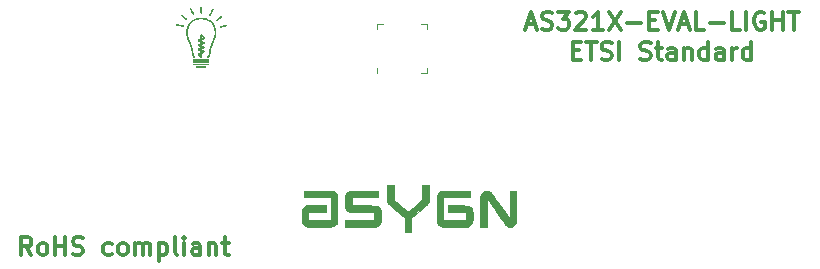
<source format=gbr>
G04 #@! TF.GenerationSoftware,KiCad,Pcbnew,5.1.9*
G04 #@! TF.CreationDate,2021-04-23T11:43:10+02:00*
G04 #@! TF.ProjectId,picsyle-R_als_868,70696373-796c-4652-9d52-5f616c735f38,rev?*
G04 #@! TF.SameCoordinates,Original*
G04 #@! TF.FileFunction,Legend,Top*
G04 #@! TF.FilePolarity,Positive*
%FSLAX46Y46*%
G04 Gerber Fmt 4.6, Leading zero omitted, Abs format (unit mm)*
G04 Created by KiCad (PCBNEW 5.1.9) date 2021-04-23 11:43:10*
%MOMM*%
%LPD*%
G01*
G04 APERTURE LIST*
%ADD10C,0.300000*%
%ADD11C,0.120000*%
%ADD12C,0.010000*%
G04 APERTURE END LIST*
D10*
X67616571Y-115486571D02*
X67116571Y-114772285D01*
X66759428Y-115486571D02*
X66759428Y-113986571D01*
X67330857Y-113986571D01*
X67473714Y-114058000D01*
X67545142Y-114129428D01*
X67616571Y-114272285D01*
X67616571Y-114486571D01*
X67545142Y-114629428D01*
X67473714Y-114700857D01*
X67330857Y-114772285D01*
X66759428Y-114772285D01*
X68473714Y-115486571D02*
X68330857Y-115415142D01*
X68259428Y-115343714D01*
X68188000Y-115200857D01*
X68188000Y-114772285D01*
X68259428Y-114629428D01*
X68330857Y-114558000D01*
X68473714Y-114486571D01*
X68688000Y-114486571D01*
X68830857Y-114558000D01*
X68902285Y-114629428D01*
X68973714Y-114772285D01*
X68973714Y-115200857D01*
X68902285Y-115343714D01*
X68830857Y-115415142D01*
X68688000Y-115486571D01*
X68473714Y-115486571D01*
X69616571Y-115486571D02*
X69616571Y-113986571D01*
X69616571Y-114700857D02*
X70473714Y-114700857D01*
X70473714Y-115486571D02*
X70473714Y-113986571D01*
X71116571Y-115415142D02*
X71330857Y-115486571D01*
X71688000Y-115486571D01*
X71830857Y-115415142D01*
X71902285Y-115343714D01*
X71973714Y-115200857D01*
X71973714Y-115058000D01*
X71902285Y-114915142D01*
X71830857Y-114843714D01*
X71688000Y-114772285D01*
X71402285Y-114700857D01*
X71259428Y-114629428D01*
X71188000Y-114558000D01*
X71116571Y-114415142D01*
X71116571Y-114272285D01*
X71188000Y-114129428D01*
X71259428Y-114058000D01*
X71402285Y-113986571D01*
X71759428Y-113986571D01*
X71973714Y-114058000D01*
X74402285Y-115415142D02*
X74259428Y-115486571D01*
X73973714Y-115486571D01*
X73830857Y-115415142D01*
X73759428Y-115343714D01*
X73688000Y-115200857D01*
X73688000Y-114772285D01*
X73759428Y-114629428D01*
X73830857Y-114558000D01*
X73973714Y-114486571D01*
X74259428Y-114486571D01*
X74402285Y-114558000D01*
X75259428Y-115486571D02*
X75116571Y-115415142D01*
X75045142Y-115343714D01*
X74973714Y-115200857D01*
X74973714Y-114772285D01*
X75045142Y-114629428D01*
X75116571Y-114558000D01*
X75259428Y-114486571D01*
X75473714Y-114486571D01*
X75616571Y-114558000D01*
X75688000Y-114629428D01*
X75759428Y-114772285D01*
X75759428Y-115200857D01*
X75688000Y-115343714D01*
X75616571Y-115415142D01*
X75473714Y-115486571D01*
X75259428Y-115486571D01*
X76402285Y-115486571D02*
X76402285Y-114486571D01*
X76402285Y-114629428D02*
X76473714Y-114558000D01*
X76616571Y-114486571D01*
X76830857Y-114486571D01*
X76973714Y-114558000D01*
X77045142Y-114700857D01*
X77045142Y-115486571D01*
X77045142Y-114700857D02*
X77116571Y-114558000D01*
X77259428Y-114486571D01*
X77473714Y-114486571D01*
X77616571Y-114558000D01*
X77688000Y-114700857D01*
X77688000Y-115486571D01*
X78402285Y-114486571D02*
X78402285Y-115986571D01*
X78402285Y-114558000D02*
X78545142Y-114486571D01*
X78830857Y-114486571D01*
X78973714Y-114558000D01*
X79045142Y-114629428D01*
X79116571Y-114772285D01*
X79116571Y-115200857D01*
X79045142Y-115343714D01*
X78973714Y-115415142D01*
X78830857Y-115486571D01*
X78545142Y-115486571D01*
X78402285Y-115415142D01*
X79973714Y-115486571D02*
X79830857Y-115415142D01*
X79759428Y-115272285D01*
X79759428Y-113986571D01*
X80545142Y-115486571D02*
X80545142Y-114486571D01*
X80545142Y-113986571D02*
X80473714Y-114058000D01*
X80545142Y-114129428D01*
X80616571Y-114058000D01*
X80545142Y-113986571D01*
X80545142Y-114129428D01*
X81902285Y-115486571D02*
X81902285Y-114700857D01*
X81830857Y-114558000D01*
X81688000Y-114486571D01*
X81402285Y-114486571D01*
X81259428Y-114558000D01*
X81902285Y-115415142D02*
X81759428Y-115486571D01*
X81402285Y-115486571D01*
X81259428Y-115415142D01*
X81188000Y-115272285D01*
X81188000Y-115129428D01*
X81259428Y-114986571D01*
X81402285Y-114915142D01*
X81759428Y-114915142D01*
X81902285Y-114843714D01*
X82616571Y-114486571D02*
X82616571Y-115486571D01*
X82616571Y-114629428D02*
X82688000Y-114558000D01*
X82830857Y-114486571D01*
X83045142Y-114486571D01*
X83188000Y-114558000D01*
X83259428Y-114700857D01*
X83259428Y-115486571D01*
X83759428Y-114486571D02*
X84330857Y-114486571D01*
X83973714Y-113986571D02*
X83973714Y-115272285D01*
X84045142Y-115415142D01*
X84188000Y-115486571D01*
X84330857Y-115486571D01*
X109571428Y-95975000D02*
X110285714Y-95975000D01*
X109428571Y-96403571D02*
X109928571Y-94903571D01*
X110428571Y-96403571D01*
X110857142Y-96332142D02*
X111071428Y-96403571D01*
X111428571Y-96403571D01*
X111571428Y-96332142D01*
X111642857Y-96260714D01*
X111714285Y-96117857D01*
X111714285Y-95975000D01*
X111642857Y-95832142D01*
X111571428Y-95760714D01*
X111428571Y-95689285D01*
X111142857Y-95617857D01*
X111000000Y-95546428D01*
X110928571Y-95475000D01*
X110857142Y-95332142D01*
X110857142Y-95189285D01*
X110928571Y-95046428D01*
X111000000Y-94975000D01*
X111142857Y-94903571D01*
X111500000Y-94903571D01*
X111714285Y-94975000D01*
X112214285Y-94903571D02*
X113142857Y-94903571D01*
X112642857Y-95475000D01*
X112857142Y-95475000D01*
X113000000Y-95546428D01*
X113071428Y-95617857D01*
X113142857Y-95760714D01*
X113142857Y-96117857D01*
X113071428Y-96260714D01*
X113000000Y-96332142D01*
X112857142Y-96403571D01*
X112428571Y-96403571D01*
X112285714Y-96332142D01*
X112214285Y-96260714D01*
X113714285Y-95046428D02*
X113785714Y-94975000D01*
X113928571Y-94903571D01*
X114285714Y-94903571D01*
X114428571Y-94975000D01*
X114500000Y-95046428D01*
X114571428Y-95189285D01*
X114571428Y-95332142D01*
X114500000Y-95546428D01*
X113642857Y-96403571D01*
X114571428Y-96403571D01*
X116000000Y-96403571D02*
X115142857Y-96403571D01*
X115571428Y-96403571D02*
X115571428Y-94903571D01*
X115428571Y-95117857D01*
X115285714Y-95260714D01*
X115142857Y-95332142D01*
X116500000Y-94903571D02*
X117500000Y-96403571D01*
X117500000Y-94903571D02*
X116500000Y-96403571D01*
X118071428Y-95832142D02*
X119214285Y-95832142D01*
X119928571Y-95617857D02*
X120428571Y-95617857D01*
X120642857Y-96403571D02*
X119928571Y-96403571D01*
X119928571Y-94903571D01*
X120642857Y-94903571D01*
X121071428Y-94903571D02*
X121571428Y-96403571D01*
X122071428Y-94903571D01*
X122500000Y-95975000D02*
X123214285Y-95975000D01*
X122357142Y-96403571D02*
X122857142Y-94903571D01*
X123357142Y-96403571D01*
X124571428Y-96403571D02*
X123857142Y-96403571D01*
X123857142Y-94903571D01*
X125071428Y-95832142D02*
X126214285Y-95832142D01*
X127642857Y-96403571D02*
X126928571Y-96403571D01*
X126928571Y-94903571D01*
X128142857Y-96403571D02*
X128142857Y-94903571D01*
X129642857Y-94975000D02*
X129500000Y-94903571D01*
X129285714Y-94903571D01*
X129071428Y-94975000D01*
X128928571Y-95117857D01*
X128857142Y-95260714D01*
X128785714Y-95546428D01*
X128785714Y-95760714D01*
X128857142Y-96046428D01*
X128928571Y-96189285D01*
X129071428Y-96332142D01*
X129285714Y-96403571D01*
X129428571Y-96403571D01*
X129642857Y-96332142D01*
X129714285Y-96260714D01*
X129714285Y-95760714D01*
X129428571Y-95760714D01*
X130357142Y-96403571D02*
X130357142Y-94903571D01*
X130357142Y-95617857D02*
X131214285Y-95617857D01*
X131214285Y-96403571D02*
X131214285Y-94903571D01*
X131714285Y-94903571D02*
X132571428Y-94903571D01*
X132142857Y-96403571D02*
X132142857Y-94903571D01*
X113464285Y-98167857D02*
X113964285Y-98167857D01*
X114178571Y-98953571D02*
X113464285Y-98953571D01*
X113464285Y-97453571D01*
X114178571Y-97453571D01*
X114607142Y-97453571D02*
X115464285Y-97453571D01*
X115035714Y-98953571D02*
X115035714Y-97453571D01*
X115892857Y-98882142D02*
X116107142Y-98953571D01*
X116464285Y-98953571D01*
X116607142Y-98882142D01*
X116678571Y-98810714D01*
X116750000Y-98667857D01*
X116750000Y-98525000D01*
X116678571Y-98382142D01*
X116607142Y-98310714D01*
X116464285Y-98239285D01*
X116178571Y-98167857D01*
X116035714Y-98096428D01*
X115964285Y-98025000D01*
X115892857Y-97882142D01*
X115892857Y-97739285D01*
X115964285Y-97596428D01*
X116035714Y-97525000D01*
X116178571Y-97453571D01*
X116535714Y-97453571D01*
X116750000Y-97525000D01*
X117392857Y-98953571D02*
X117392857Y-97453571D01*
X119178571Y-98882142D02*
X119392857Y-98953571D01*
X119750000Y-98953571D01*
X119892857Y-98882142D01*
X119964285Y-98810714D01*
X120035714Y-98667857D01*
X120035714Y-98525000D01*
X119964285Y-98382142D01*
X119892857Y-98310714D01*
X119750000Y-98239285D01*
X119464285Y-98167857D01*
X119321428Y-98096428D01*
X119250000Y-98025000D01*
X119178571Y-97882142D01*
X119178571Y-97739285D01*
X119250000Y-97596428D01*
X119321428Y-97525000D01*
X119464285Y-97453571D01*
X119821428Y-97453571D01*
X120035714Y-97525000D01*
X120464285Y-97953571D02*
X121035714Y-97953571D01*
X120678571Y-97453571D02*
X120678571Y-98739285D01*
X120750000Y-98882142D01*
X120892857Y-98953571D01*
X121035714Y-98953571D01*
X122178571Y-98953571D02*
X122178571Y-98167857D01*
X122107142Y-98025000D01*
X121964285Y-97953571D01*
X121678571Y-97953571D01*
X121535714Y-98025000D01*
X122178571Y-98882142D02*
X122035714Y-98953571D01*
X121678571Y-98953571D01*
X121535714Y-98882142D01*
X121464285Y-98739285D01*
X121464285Y-98596428D01*
X121535714Y-98453571D01*
X121678571Y-98382142D01*
X122035714Y-98382142D01*
X122178571Y-98310714D01*
X122892857Y-97953571D02*
X122892857Y-98953571D01*
X122892857Y-98096428D02*
X122964285Y-98025000D01*
X123107142Y-97953571D01*
X123321428Y-97953571D01*
X123464285Y-98025000D01*
X123535714Y-98167857D01*
X123535714Y-98953571D01*
X124892857Y-98953571D02*
X124892857Y-97453571D01*
X124892857Y-98882142D02*
X124749999Y-98953571D01*
X124464285Y-98953571D01*
X124321428Y-98882142D01*
X124249999Y-98810714D01*
X124178571Y-98667857D01*
X124178571Y-98239285D01*
X124249999Y-98096428D01*
X124321428Y-98025000D01*
X124464285Y-97953571D01*
X124749999Y-97953571D01*
X124892857Y-98025000D01*
X126249999Y-98953571D02*
X126249999Y-98167857D01*
X126178571Y-98025000D01*
X126035714Y-97953571D01*
X125749999Y-97953571D01*
X125607142Y-98025000D01*
X126249999Y-98882142D02*
X126107142Y-98953571D01*
X125749999Y-98953571D01*
X125607142Y-98882142D01*
X125535714Y-98739285D01*
X125535714Y-98596428D01*
X125607142Y-98453571D01*
X125749999Y-98382142D01*
X126107142Y-98382142D01*
X126249999Y-98310714D01*
X126964285Y-98953571D02*
X126964285Y-97953571D01*
X126964285Y-98239285D02*
X127035714Y-98096428D01*
X127107142Y-98025000D01*
X127249999Y-97953571D01*
X127392857Y-97953571D01*
X128535714Y-98953571D02*
X128535714Y-97453571D01*
X128535714Y-98882142D02*
X128392857Y-98953571D01*
X128107142Y-98953571D01*
X127964285Y-98882142D01*
X127892857Y-98810714D01*
X127821428Y-98667857D01*
X127821428Y-98239285D01*
X127892857Y-98096428D01*
X127964285Y-98025000D01*
X128107142Y-97953571D01*
X128392857Y-97953571D01*
X128535714Y-98025000D01*
D11*
X96892160Y-96377700D02*
X96892160Y-95902700D01*
X96892160Y-95902700D02*
X97367160Y-95902700D01*
X101112160Y-99647700D02*
X101112160Y-100122700D01*
X101112160Y-100122700D02*
X100637160Y-100122700D01*
X101112160Y-96377700D02*
X101112160Y-95902700D01*
X101112160Y-95902700D02*
X100637160Y-95902700D01*
X96892160Y-99647700D02*
X96892160Y-100122700D01*
D12*
G36*
X98279373Y-110821545D02*
G01*
X98883863Y-111323687D01*
X98981709Y-111404852D01*
X99074918Y-111481950D01*
X99162199Y-111553928D01*
X99242262Y-111619730D01*
X99313816Y-111678303D01*
X99375569Y-111728593D01*
X99426231Y-111769544D01*
X99464511Y-111800103D01*
X99489117Y-111819216D01*
X99498758Y-111825828D01*
X99498760Y-111825828D01*
X99508380Y-111819213D01*
X99532943Y-111800072D01*
X99571160Y-111769462D01*
X99621739Y-111728442D01*
X99683391Y-111678067D01*
X99754826Y-111619395D01*
X99834752Y-111553483D01*
X99921881Y-111481388D01*
X100014921Y-111404168D01*
X100111890Y-111323457D01*
X100714614Y-110821086D01*
X100707114Y-110193686D01*
X100699614Y-109566287D01*
X101263873Y-109566287D01*
X101263716Y-110230391D01*
X101263649Y-110373528D01*
X101263434Y-110497205D01*
X101262944Y-110603126D01*
X101262050Y-110692999D01*
X101260623Y-110768528D01*
X101258537Y-110831419D01*
X101255662Y-110883378D01*
X101251871Y-110926112D01*
X101247036Y-110961325D01*
X101241027Y-110990724D01*
X101233718Y-111016014D01*
X101224981Y-111038902D01*
X101214686Y-111061092D01*
X101202706Y-111084292D01*
X101199059Y-111091149D01*
X101173333Y-111133074D01*
X101142091Y-111175398D01*
X101122414Y-111197967D01*
X101107443Y-111211851D01*
X101077512Y-111238126D01*
X101033950Y-111275667D01*
X100978087Y-111323351D01*
X100911253Y-111380052D01*
X100834776Y-111444646D01*
X100749987Y-111516009D01*
X100658215Y-111593015D01*
X100560789Y-111674542D01*
X100459039Y-111759463D01*
X100424962Y-111787855D01*
X99771623Y-112331965D01*
X99771623Y-113587953D01*
X99221290Y-113587953D01*
X99220971Y-112960891D01*
X99220652Y-112333828D01*
X98540991Y-111767620D01*
X98414139Y-111661913D01*
X98302511Y-111568734D01*
X98205065Y-111487069D01*
X98120760Y-111415905D01*
X98048552Y-111354226D01*
X97987399Y-111301020D01*
X97936259Y-111255271D01*
X97894088Y-111215966D01*
X97859845Y-111182091D01*
X97832487Y-111152631D01*
X97810972Y-111126572D01*
X97794256Y-111102901D01*
X97781298Y-111080603D01*
X97771055Y-111058664D01*
X97762484Y-111036070D01*
X97754543Y-111011807D01*
X97750446Y-110998613D01*
X97746137Y-110983944D01*
X97742448Y-110968825D01*
X97739331Y-110951572D01*
X97736737Y-110930500D01*
X97734620Y-110903925D01*
X97732929Y-110870163D01*
X97731619Y-110827530D01*
X97730640Y-110774341D01*
X97729945Y-110708912D01*
X97729486Y-110629559D01*
X97729214Y-110534597D01*
X97729082Y-110422342D01*
X97729041Y-110291111D01*
X97729040Y-110247797D01*
X97729040Y-109566287D01*
X98279373Y-109566287D01*
X98279373Y-110821545D01*
G37*
X98279373Y-110821545D02*
X98883863Y-111323687D01*
X98981709Y-111404852D01*
X99074918Y-111481950D01*
X99162199Y-111553928D01*
X99242262Y-111619730D01*
X99313816Y-111678303D01*
X99375569Y-111728593D01*
X99426231Y-111769544D01*
X99464511Y-111800103D01*
X99489117Y-111819216D01*
X99498758Y-111825828D01*
X99498760Y-111825828D01*
X99508380Y-111819213D01*
X99532943Y-111800072D01*
X99571160Y-111769462D01*
X99621739Y-111728442D01*
X99683391Y-111678067D01*
X99754826Y-111619395D01*
X99834752Y-111553483D01*
X99921881Y-111481388D01*
X100014921Y-111404168D01*
X100111890Y-111323457D01*
X100714614Y-110821086D01*
X100707114Y-110193686D01*
X100699614Y-109566287D01*
X101263873Y-109566287D01*
X101263716Y-110230391D01*
X101263649Y-110373528D01*
X101263434Y-110497205D01*
X101262944Y-110603126D01*
X101262050Y-110692999D01*
X101260623Y-110768528D01*
X101258537Y-110831419D01*
X101255662Y-110883378D01*
X101251871Y-110926112D01*
X101247036Y-110961325D01*
X101241027Y-110990724D01*
X101233718Y-111016014D01*
X101224981Y-111038902D01*
X101214686Y-111061092D01*
X101202706Y-111084292D01*
X101199059Y-111091149D01*
X101173333Y-111133074D01*
X101142091Y-111175398D01*
X101122414Y-111197967D01*
X101107443Y-111211851D01*
X101077512Y-111238126D01*
X101033950Y-111275667D01*
X100978087Y-111323351D01*
X100911253Y-111380052D01*
X100834776Y-111444646D01*
X100749987Y-111516009D01*
X100658215Y-111593015D01*
X100560789Y-111674542D01*
X100459039Y-111759463D01*
X100424962Y-111787855D01*
X99771623Y-112331965D01*
X99771623Y-113587953D01*
X99221290Y-113587953D01*
X99220971Y-112960891D01*
X99220652Y-112333828D01*
X98540991Y-111767620D01*
X98414139Y-111661913D01*
X98302511Y-111568734D01*
X98205065Y-111487069D01*
X98120760Y-111415905D01*
X98048552Y-111354226D01*
X97987399Y-111301020D01*
X97936259Y-111255271D01*
X97894088Y-111215966D01*
X97859845Y-111182091D01*
X97832487Y-111152631D01*
X97810972Y-111126572D01*
X97794256Y-111102901D01*
X97781298Y-111080603D01*
X97771055Y-111058664D01*
X97762484Y-111036070D01*
X97754543Y-111011807D01*
X97750446Y-110998613D01*
X97746137Y-110983944D01*
X97742448Y-110968825D01*
X97739331Y-110951572D01*
X97736737Y-110930500D01*
X97734620Y-110903925D01*
X97732929Y-110870163D01*
X97731619Y-110827530D01*
X97730640Y-110774341D01*
X97729945Y-110708912D01*
X97729486Y-110629559D01*
X97729214Y-110534597D01*
X97729082Y-110422342D01*
X97729041Y-110291111D01*
X97729040Y-110247797D01*
X97729040Y-109566287D01*
X98279373Y-109566287D01*
X98279373Y-110821545D01*
G36*
X96956456Y-110614037D02*
G01*
X94723373Y-110614037D01*
X94723373Y-111301953D01*
X95742019Y-111302079D01*
X95915226Y-111302098D01*
X96068611Y-111302150D01*
X96203516Y-111302296D01*
X96321286Y-111302597D01*
X96423262Y-111303115D01*
X96510791Y-111303908D01*
X96585213Y-111305040D01*
X96647875Y-111306570D01*
X96700118Y-111308559D01*
X96743286Y-111311069D01*
X96778724Y-111314160D01*
X96807774Y-111317892D01*
X96831780Y-111322328D01*
X96852086Y-111327527D01*
X96870036Y-111333551D01*
X96886972Y-111340461D01*
X96904239Y-111348317D01*
X96919415Y-111355427D01*
X96961068Y-111380879D01*
X97008516Y-111419199D01*
X97056544Y-111465175D01*
X97099942Y-111513595D01*
X97133496Y-111559245D01*
X97146399Y-111582412D01*
X97158758Y-111609556D01*
X97169042Y-111634782D01*
X97177440Y-111660294D01*
X97184144Y-111688295D01*
X97189346Y-111720989D01*
X97193237Y-111760580D01*
X97196008Y-111809271D01*
X97197850Y-111869266D01*
X97198955Y-111942768D01*
X97199514Y-112031983D01*
X97199719Y-112139112D01*
X97199747Y-112196970D01*
X97199679Y-112310732D01*
X97199362Y-112405377D01*
X97198728Y-112482953D01*
X97197712Y-112545508D01*
X97196246Y-112595090D01*
X97194263Y-112633748D01*
X97191696Y-112663529D01*
X97188479Y-112686484D01*
X97184545Y-112704658D01*
X97182988Y-112710261D01*
X97144744Y-112805460D01*
X97089948Y-112891136D01*
X97021108Y-112964978D01*
X96940729Y-113024672D01*
X96851317Y-113067906D01*
X96771950Y-113089650D01*
X96751365Y-113091642D01*
X96712338Y-113093438D01*
X96654603Y-113095039D01*
X96577893Y-113096448D01*
X96481942Y-113097667D01*
X96366484Y-113098698D01*
X96231252Y-113099543D01*
X96075979Y-113100205D01*
X95900399Y-113100687D01*
X95704246Y-113100989D01*
X95487253Y-113101115D01*
X95435804Y-113101120D01*
X94162456Y-113101120D01*
X94162456Y-112540203D01*
X96649540Y-112540203D01*
X96649540Y-111852287D01*
X95624071Y-111852287D01*
X95453694Y-111852275D01*
X95303158Y-111852223D01*
X95171137Y-111852106D01*
X95056304Y-111851897D01*
X94957333Y-111851572D01*
X94872898Y-111851105D01*
X94801674Y-111850470D01*
X94742334Y-111849643D01*
X94693552Y-111848596D01*
X94654001Y-111847306D01*
X94622357Y-111845746D01*
X94597293Y-111843892D01*
X94577482Y-111841716D01*
X94561599Y-111839195D01*
X94548317Y-111836303D01*
X94536311Y-111833014D01*
X94530578Y-111831276D01*
X94436299Y-111791518D01*
X94352243Y-111734776D01*
X94280740Y-111663473D01*
X94224124Y-111580033D01*
X94184726Y-111486878D01*
X94178679Y-111465625D01*
X94174076Y-111436552D01*
X94170156Y-111389245D01*
X94166917Y-111326623D01*
X94164360Y-111251606D01*
X94162486Y-111167114D01*
X94161294Y-111076069D01*
X94160784Y-110981390D01*
X94160957Y-110885997D01*
X94161812Y-110792810D01*
X94163349Y-110704751D01*
X94165570Y-110624738D01*
X94168472Y-110555693D01*
X94172058Y-110500535D01*
X94176326Y-110462185D01*
X94178661Y-110450435D01*
X94213463Y-110356900D01*
X94265630Y-110271653D01*
X94332477Y-110197213D01*
X94411315Y-110136096D01*
X94499459Y-110090821D01*
X94590379Y-110064590D01*
X94611970Y-110062483D01*
X94652607Y-110060595D01*
X94712514Y-110058925D01*
X94791912Y-110057470D01*
X94891024Y-110056229D01*
X95010072Y-110055199D01*
X95149279Y-110054378D01*
X95308866Y-110053764D01*
X95489058Y-110053354D01*
X95690075Y-110053148D01*
X95804817Y-110053120D01*
X96956456Y-110053120D01*
X96956456Y-110614037D01*
G37*
X96956456Y-110614037D02*
X94723373Y-110614037D01*
X94723373Y-111301953D01*
X95742019Y-111302079D01*
X95915226Y-111302098D01*
X96068611Y-111302150D01*
X96203516Y-111302296D01*
X96321286Y-111302597D01*
X96423262Y-111303115D01*
X96510791Y-111303908D01*
X96585213Y-111305040D01*
X96647875Y-111306570D01*
X96700118Y-111308559D01*
X96743286Y-111311069D01*
X96778724Y-111314160D01*
X96807774Y-111317892D01*
X96831780Y-111322328D01*
X96852086Y-111327527D01*
X96870036Y-111333551D01*
X96886972Y-111340461D01*
X96904239Y-111348317D01*
X96919415Y-111355427D01*
X96961068Y-111380879D01*
X97008516Y-111419199D01*
X97056544Y-111465175D01*
X97099942Y-111513595D01*
X97133496Y-111559245D01*
X97146399Y-111582412D01*
X97158758Y-111609556D01*
X97169042Y-111634782D01*
X97177440Y-111660294D01*
X97184144Y-111688295D01*
X97189346Y-111720989D01*
X97193237Y-111760580D01*
X97196008Y-111809271D01*
X97197850Y-111869266D01*
X97198955Y-111942768D01*
X97199514Y-112031983D01*
X97199719Y-112139112D01*
X97199747Y-112196970D01*
X97199679Y-112310732D01*
X97199362Y-112405377D01*
X97198728Y-112482953D01*
X97197712Y-112545508D01*
X97196246Y-112595090D01*
X97194263Y-112633748D01*
X97191696Y-112663529D01*
X97188479Y-112686484D01*
X97184545Y-112704658D01*
X97182988Y-112710261D01*
X97144744Y-112805460D01*
X97089948Y-112891136D01*
X97021108Y-112964978D01*
X96940729Y-113024672D01*
X96851317Y-113067906D01*
X96771950Y-113089650D01*
X96751365Y-113091642D01*
X96712338Y-113093438D01*
X96654603Y-113095039D01*
X96577893Y-113096448D01*
X96481942Y-113097667D01*
X96366484Y-113098698D01*
X96231252Y-113099543D01*
X96075979Y-113100205D01*
X95900399Y-113100687D01*
X95704246Y-113100989D01*
X95487253Y-113101115D01*
X95435804Y-113101120D01*
X94162456Y-113101120D01*
X94162456Y-112540203D01*
X96649540Y-112540203D01*
X96649540Y-111852287D01*
X95624071Y-111852287D01*
X95453694Y-111852275D01*
X95303158Y-111852223D01*
X95171137Y-111852106D01*
X95056304Y-111851897D01*
X94957333Y-111851572D01*
X94872898Y-111851105D01*
X94801674Y-111850470D01*
X94742334Y-111849643D01*
X94693552Y-111848596D01*
X94654001Y-111847306D01*
X94622357Y-111845746D01*
X94597293Y-111843892D01*
X94577482Y-111841716D01*
X94561599Y-111839195D01*
X94548317Y-111836303D01*
X94536311Y-111833014D01*
X94530578Y-111831276D01*
X94436299Y-111791518D01*
X94352243Y-111734776D01*
X94280740Y-111663473D01*
X94224124Y-111580033D01*
X94184726Y-111486878D01*
X94178679Y-111465625D01*
X94174076Y-111436552D01*
X94170156Y-111389245D01*
X94166917Y-111326623D01*
X94164360Y-111251606D01*
X94162486Y-111167114D01*
X94161294Y-111076069D01*
X94160784Y-110981390D01*
X94160957Y-110885997D01*
X94161812Y-110792810D01*
X94163349Y-110704751D01*
X94165570Y-110624738D01*
X94168472Y-110555693D01*
X94172058Y-110500535D01*
X94176326Y-110462185D01*
X94178661Y-110450435D01*
X94213463Y-110356900D01*
X94265630Y-110271653D01*
X94332477Y-110197213D01*
X94411315Y-110136096D01*
X94499459Y-110090821D01*
X94590379Y-110064590D01*
X94611970Y-110062483D01*
X94652607Y-110060595D01*
X94712514Y-110058925D01*
X94791912Y-110057470D01*
X94891024Y-110056229D01*
X95010072Y-110055199D01*
X95149279Y-110054378D01*
X95308866Y-110053764D01*
X95489058Y-110053354D01*
X95690075Y-110053148D01*
X95804817Y-110053120D01*
X96956456Y-110053120D01*
X96956456Y-110614037D01*
G36*
X92095674Y-110053128D02*
G01*
X92259026Y-110053167D01*
X92403664Y-110053257D01*
X92530818Y-110053419D01*
X92641713Y-110053675D01*
X92737576Y-110054045D01*
X92819635Y-110054550D01*
X92889116Y-110055210D01*
X92947248Y-110056048D01*
X92995256Y-110057083D01*
X93034368Y-110058337D01*
X93065810Y-110059831D01*
X93090811Y-110061585D01*
X93110596Y-110063621D01*
X93126393Y-110065959D01*
X93139430Y-110068620D01*
X93150932Y-110071625D01*
X93160157Y-110074385D01*
X93249371Y-110112182D01*
X93331220Y-110166766D01*
X93401725Y-110234777D01*
X93456908Y-110312857D01*
X93468427Y-110334743D01*
X93477858Y-110353899D01*
X93486228Y-110371470D01*
X93493600Y-110388773D01*
X93500037Y-110407124D01*
X93505603Y-110427840D01*
X93510361Y-110452238D01*
X93514373Y-110481635D01*
X93517705Y-110517347D01*
X93520418Y-110560691D01*
X93522576Y-110612984D01*
X93524243Y-110675542D01*
X93525481Y-110749683D01*
X93526354Y-110836722D01*
X93526925Y-110937977D01*
X93527258Y-111054764D01*
X93527415Y-111188400D01*
X93527460Y-111340202D01*
X93527457Y-111511486D01*
X93527456Y-111562947D01*
X93527356Y-111761114D01*
X93527052Y-111938543D01*
X93526540Y-112095664D01*
X93525816Y-112232905D01*
X93524874Y-112350695D01*
X93523711Y-112449463D01*
X93522321Y-112529637D01*
X93520701Y-112591646D01*
X93518845Y-112635919D01*
X93516750Y-112662885D01*
X93515761Y-112669328D01*
X93489105Y-112753561D01*
X93446408Y-112835410D01*
X93391056Y-112910442D01*
X93326435Y-112974225D01*
X93255932Y-113022328D01*
X93239841Y-113030427D01*
X93219545Y-113039986D01*
X93200820Y-113048469D01*
X93182341Y-113055939D01*
X93162785Y-113062459D01*
X93140825Y-113068091D01*
X93115137Y-113072900D01*
X93084397Y-113076947D01*
X93047279Y-113080295D01*
X93002459Y-113083008D01*
X92948613Y-113085149D01*
X92884415Y-113086781D01*
X92808541Y-113087966D01*
X92719666Y-113088767D01*
X92616465Y-113089248D01*
X92497613Y-113089472D01*
X92361787Y-113089501D01*
X92207660Y-113089398D01*
X92033909Y-113089227D01*
X92003456Y-113089196D01*
X91841959Y-113088936D01*
X91689084Y-113088489D01*
X91546085Y-113087868D01*
X91414216Y-113087086D01*
X91294732Y-113086155D01*
X91188885Y-113085088D01*
X91097931Y-113083898D01*
X91023122Y-113082597D01*
X90965714Y-113081198D01*
X90926959Y-113079714D01*
X90908113Y-113078157D01*
X90908081Y-113078151D01*
X90821525Y-113051912D01*
X90737246Y-113008087D01*
X90660015Y-112950109D01*
X90594597Y-112881412D01*
X90555965Y-112824585D01*
X90541008Y-112797850D01*
X90528471Y-112773317D01*
X90518152Y-112748903D01*
X90509852Y-112722527D01*
X90503371Y-112692106D01*
X90498507Y-112655559D01*
X90495062Y-112610802D01*
X90492835Y-112555753D01*
X90491625Y-112488331D01*
X90491232Y-112406453D01*
X90491457Y-112308037D01*
X90492099Y-112191001D01*
X90492278Y-112162211D01*
X90495331Y-111676019D01*
X90540214Y-111585465D01*
X90596491Y-111493845D01*
X90666519Y-111418315D01*
X90750287Y-111358887D01*
X90847785Y-111315567D01*
X90870315Y-111308425D01*
X90882910Y-111305245D01*
X90898766Y-111302479D01*
X90919340Y-111300100D01*
X90946090Y-111298080D01*
X90980474Y-111296390D01*
X91023947Y-111295002D01*
X91077968Y-111293887D01*
X91143994Y-111293019D01*
X91223482Y-111292368D01*
X91317890Y-111291906D01*
X91428674Y-111291605D01*
X91557293Y-111291436D01*
X91705203Y-111291373D01*
X91751377Y-111291370D01*
X92574956Y-111291370D01*
X92574956Y-111841703D01*
X91040373Y-111841703D01*
X91040373Y-112529620D01*
X92966540Y-112529620D01*
X92966540Y-110603453D01*
X90733456Y-110603453D01*
X90733456Y-110053120D01*
X91912383Y-110053120D01*
X92095674Y-110053128D01*
G37*
X92095674Y-110053128D02*
X92259026Y-110053167D01*
X92403664Y-110053257D01*
X92530818Y-110053419D01*
X92641713Y-110053675D01*
X92737576Y-110054045D01*
X92819635Y-110054550D01*
X92889116Y-110055210D01*
X92947248Y-110056048D01*
X92995256Y-110057083D01*
X93034368Y-110058337D01*
X93065810Y-110059831D01*
X93090811Y-110061585D01*
X93110596Y-110063621D01*
X93126393Y-110065959D01*
X93139430Y-110068620D01*
X93150932Y-110071625D01*
X93160157Y-110074385D01*
X93249371Y-110112182D01*
X93331220Y-110166766D01*
X93401725Y-110234777D01*
X93456908Y-110312857D01*
X93468427Y-110334743D01*
X93477858Y-110353899D01*
X93486228Y-110371470D01*
X93493600Y-110388773D01*
X93500037Y-110407124D01*
X93505603Y-110427840D01*
X93510361Y-110452238D01*
X93514373Y-110481635D01*
X93517705Y-110517347D01*
X93520418Y-110560691D01*
X93522576Y-110612984D01*
X93524243Y-110675542D01*
X93525481Y-110749683D01*
X93526354Y-110836722D01*
X93526925Y-110937977D01*
X93527258Y-111054764D01*
X93527415Y-111188400D01*
X93527460Y-111340202D01*
X93527457Y-111511486D01*
X93527456Y-111562947D01*
X93527356Y-111761114D01*
X93527052Y-111938543D01*
X93526540Y-112095664D01*
X93525816Y-112232905D01*
X93524874Y-112350695D01*
X93523711Y-112449463D01*
X93522321Y-112529637D01*
X93520701Y-112591646D01*
X93518845Y-112635919D01*
X93516750Y-112662885D01*
X93515761Y-112669328D01*
X93489105Y-112753561D01*
X93446408Y-112835410D01*
X93391056Y-112910442D01*
X93326435Y-112974225D01*
X93255932Y-113022328D01*
X93239841Y-113030427D01*
X93219545Y-113039986D01*
X93200820Y-113048469D01*
X93182341Y-113055939D01*
X93162785Y-113062459D01*
X93140825Y-113068091D01*
X93115137Y-113072900D01*
X93084397Y-113076947D01*
X93047279Y-113080295D01*
X93002459Y-113083008D01*
X92948613Y-113085149D01*
X92884415Y-113086781D01*
X92808541Y-113087966D01*
X92719666Y-113088767D01*
X92616465Y-113089248D01*
X92497613Y-113089472D01*
X92361787Y-113089501D01*
X92207660Y-113089398D01*
X92033909Y-113089227D01*
X92003456Y-113089196D01*
X91841959Y-113088936D01*
X91689084Y-113088489D01*
X91546085Y-113087868D01*
X91414216Y-113087086D01*
X91294732Y-113086155D01*
X91188885Y-113085088D01*
X91097931Y-113083898D01*
X91023122Y-113082597D01*
X90965714Y-113081198D01*
X90926959Y-113079714D01*
X90908113Y-113078157D01*
X90908081Y-113078151D01*
X90821525Y-113051912D01*
X90737246Y-113008087D01*
X90660015Y-112950109D01*
X90594597Y-112881412D01*
X90555965Y-112824585D01*
X90541008Y-112797850D01*
X90528471Y-112773317D01*
X90518152Y-112748903D01*
X90509852Y-112722527D01*
X90503371Y-112692106D01*
X90498507Y-112655559D01*
X90495062Y-112610802D01*
X90492835Y-112555753D01*
X90491625Y-112488331D01*
X90491232Y-112406453D01*
X90491457Y-112308037D01*
X90492099Y-112191001D01*
X90492278Y-112162211D01*
X90495331Y-111676019D01*
X90540214Y-111585465D01*
X90596491Y-111493845D01*
X90666519Y-111418315D01*
X90750287Y-111358887D01*
X90847785Y-111315567D01*
X90870315Y-111308425D01*
X90882910Y-111305245D01*
X90898766Y-111302479D01*
X90919340Y-111300100D01*
X90946090Y-111298080D01*
X90980474Y-111296390D01*
X91023947Y-111295002D01*
X91077968Y-111293887D01*
X91143994Y-111293019D01*
X91223482Y-111292368D01*
X91317890Y-111291906D01*
X91428674Y-111291605D01*
X91557293Y-111291436D01*
X91705203Y-111291373D01*
X91751377Y-111291370D01*
X92574956Y-111291370D01*
X92574956Y-111841703D01*
X91040373Y-111841703D01*
X91040373Y-112529620D01*
X92966540Y-112529620D01*
X92966540Y-110603453D01*
X90733456Y-110603453D01*
X90733456Y-110053120D01*
X91912383Y-110053120D01*
X92095674Y-110053128D01*
G36*
X104714040Y-110614037D02*
G01*
X102480956Y-110614037D01*
X102480956Y-112540203D01*
X104407123Y-112540203D01*
X104407123Y-111852287D01*
X102883123Y-111852287D01*
X102883123Y-111301953D01*
X103701108Y-111301953D01*
X103858034Y-111301960D01*
X103995301Y-111302044D01*
X104114416Y-111302297D01*
X104216887Y-111302811D01*
X104304221Y-111303679D01*
X104377926Y-111304995D01*
X104439509Y-111306849D01*
X104490477Y-111309336D01*
X104532339Y-111312548D01*
X104566601Y-111316577D01*
X104594771Y-111321516D01*
X104618357Y-111327458D01*
X104638865Y-111334495D01*
X104657804Y-111342720D01*
X104676681Y-111352226D01*
X104697003Y-111363105D01*
X104697098Y-111363156D01*
X104762209Y-111407539D01*
X104824343Y-111467067D01*
X104877995Y-111535868D01*
X104908955Y-111589206D01*
X104923214Y-111620269D01*
X104935103Y-111652085D01*
X104944800Y-111686785D01*
X104952485Y-111726497D01*
X104958335Y-111773349D01*
X104962528Y-111829472D01*
X104965244Y-111896993D01*
X104966660Y-111978043D01*
X104966955Y-112074750D01*
X104966307Y-112189243D01*
X104965565Y-112265037D01*
X104964375Y-112368336D01*
X104963178Y-112452823D01*
X104961840Y-112520852D01*
X104960227Y-112574777D01*
X104958207Y-112616952D01*
X104955645Y-112649731D01*
X104952408Y-112675468D01*
X104948363Y-112696517D01*
X104943376Y-112715232D01*
X104939308Y-112728038D01*
X104899470Y-112817283D01*
X104843256Y-112898710D01*
X104773814Y-112969380D01*
X104694289Y-113026352D01*
X104607830Y-113066686D01*
X104562891Y-113079717D01*
X104544813Y-113081417D01*
X104506431Y-113082988D01*
X104448604Y-113084421D01*
X104372193Y-113085709D01*
X104278061Y-113086844D01*
X104167067Y-113087818D01*
X104040072Y-113088623D01*
X103897939Y-113089251D01*
X103741527Y-113089695D01*
X103571698Y-113089947D01*
X103433456Y-113090005D01*
X102348665Y-113089990D01*
X102277457Y-113065722D01*
X102200099Y-113031704D01*
X102126273Y-112985215D01*
X102063774Y-112931367D01*
X102050349Y-112916801D01*
X102015971Y-112869294D01*
X101982501Y-112809200D01*
X101953958Y-112744870D01*
X101934362Y-112684654D01*
X101930784Y-112668404D01*
X101928903Y-112647716D01*
X101927198Y-112607733D01*
X101925668Y-112550249D01*
X101924312Y-112477054D01*
X101923130Y-112389939D01*
X101922120Y-112290696D01*
X101921282Y-112181115D01*
X101920614Y-112062988D01*
X101920118Y-111938105D01*
X101919790Y-111808259D01*
X101919631Y-111675240D01*
X101919640Y-111540839D01*
X101919816Y-111406848D01*
X101920159Y-111275057D01*
X101920667Y-111147258D01*
X101921340Y-111025242D01*
X101922177Y-110910801D01*
X101923177Y-110805724D01*
X101924340Y-110711804D01*
X101925664Y-110630831D01*
X101927149Y-110564597D01*
X101928794Y-110514893D01*
X101930599Y-110483510D01*
X101931735Y-110474328D01*
X101958951Y-110388766D01*
X102002696Y-110305914D01*
X102059564Y-110230222D01*
X102126151Y-110166140D01*
X102199051Y-110118115D01*
X102207642Y-110113844D01*
X102226703Y-110104638D01*
X102244258Y-110096419D01*
X102261553Y-110089128D01*
X102279835Y-110082711D01*
X102300349Y-110077112D01*
X102324342Y-110072275D01*
X102353060Y-110068143D01*
X102387748Y-110064662D01*
X102429653Y-110061775D01*
X102480021Y-110059426D01*
X102540098Y-110057559D01*
X102611130Y-110056119D01*
X102694363Y-110055049D01*
X102791042Y-110054294D01*
X102902415Y-110053797D01*
X103029727Y-110053504D01*
X103174225Y-110053357D01*
X103337153Y-110053301D01*
X103519759Y-110053281D01*
X103557810Y-110053276D01*
X104714040Y-110053120D01*
X104714040Y-110614037D01*
G37*
X104714040Y-110614037D02*
X102480956Y-110614037D01*
X102480956Y-112540203D01*
X104407123Y-112540203D01*
X104407123Y-111852287D01*
X102883123Y-111852287D01*
X102883123Y-111301953D01*
X103701108Y-111301953D01*
X103858034Y-111301960D01*
X103995301Y-111302044D01*
X104114416Y-111302297D01*
X104216887Y-111302811D01*
X104304221Y-111303679D01*
X104377926Y-111304995D01*
X104439509Y-111306849D01*
X104490477Y-111309336D01*
X104532339Y-111312548D01*
X104566601Y-111316577D01*
X104594771Y-111321516D01*
X104618357Y-111327458D01*
X104638865Y-111334495D01*
X104657804Y-111342720D01*
X104676681Y-111352226D01*
X104697003Y-111363105D01*
X104697098Y-111363156D01*
X104762209Y-111407539D01*
X104824343Y-111467067D01*
X104877995Y-111535868D01*
X104908955Y-111589206D01*
X104923214Y-111620269D01*
X104935103Y-111652085D01*
X104944800Y-111686785D01*
X104952485Y-111726497D01*
X104958335Y-111773349D01*
X104962528Y-111829472D01*
X104965244Y-111896993D01*
X104966660Y-111978043D01*
X104966955Y-112074750D01*
X104966307Y-112189243D01*
X104965565Y-112265037D01*
X104964375Y-112368336D01*
X104963178Y-112452823D01*
X104961840Y-112520852D01*
X104960227Y-112574777D01*
X104958207Y-112616952D01*
X104955645Y-112649731D01*
X104952408Y-112675468D01*
X104948363Y-112696517D01*
X104943376Y-112715232D01*
X104939308Y-112728038D01*
X104899470Y-112817283D01*
X104843256Y-112898710D01*
X104773814Y-112969380D01*
X104694289Y-113026352D01*
X104607830Y-113066686D01*
X104562891Y-113079717D01*
X104544813Y-113081417D01*
X104506431Y-113082988D01*
X104448604Y-113084421D01*
X104372193Y-113085709D01*
X104278061Y-113086844D01*
X104167067Y-113087818D01*
X104040072Y-113088623D01*
X103897939Y-113089251D01*
X103741527Y-113089695D01*
X103571698Y-113089947D01*
X103433456Y-113090005D01*
X102348665Y-113089990D01*
X102277457Y-113065722D01*
X102200099Y-113031704D01*
X102126273Y-112985215D01*
X102063774Y-112931367D01*
X102050349Y-112916801D01*
X102015971Y-112869294D01*
X101982501Y-112809200D01*
X101953958Y-112744870D01*
X101934362Y-112684654D01*
X101930784Y-112668404D01*
X101928903Y-112647716D01*
X101927198Y-112607733D01*
X101925668Y-112550249D01*
X101924312Y-112477054D01*
X101923130Y-112389939D01*
X101922120Y-112290696D01*
X101921282Y-112181115D01*
X101920614Y-112062988D01*
X101920118Y-111938105D01*
X101919790Y-111808259D01*
X101919631Y-111675240D01*
X101919640Y-111540839D01*
X101919816Y-111406848D01*
X101920159Y-111275057D01*
X101920667Y-111147258D01*
X101921340Y-111025242D01*
X101922177Y-110910801D01*
X101923177Y-110805724D01*
X101924340Y-110711804D01*
X101925664Y-110630831D01*
X101927149Y-110564597D01*
X101928794Y-110514893D01*
X101930599Y-110483510D01*
X101931735Y-110474328D01*
X101958951Y-110388766D01*
X102002696Y-110305914D01*
X102059564Y-110230222D01*
X102126151Y-110166140D01*
X102199051Y-110118115D01*
X102207642Y-110113844D01*
X102226703Y-110104638D01*
X102244258Y-110096419D01*
X102261553Y-110089128D01*
X102279835Y-110082711D01*
X102300349Y-110077112D01*
X102324342Y-110072275D01*
X102353060Y-110068143D01*
X102387748Y-110064662D01*
X102429653Y-110061775D01*
X102480021Y-110059426D01*
X102540098Y-110057559D01*
X102611130Y-110056119D01*
X102694363Y-110055049D01*
X102791042Y-110054294D01*
X102902415Y-110053797D01*
X103029727Y-110053504D01*
X103174225Y-110053357D01*
X103337153Y-110053301D01*
X103519759Y-110053281D01*
X103557810Y-110053276D01*
X104714040Y-110053120D01*
X104714040Y-110614037D01*
G36*
X108661623Y-111358479D02*
G01*
X108661587Y-111558066D01*
X108661473Y-111737520D01*
X108661269Y-111897875D01*
X108660964Y-112040163D01*
X108660548Y-112165420D01*
X108660010Y-112274679D01*
X108659338Y-112368972D01*
X108658522Y-112449335D01*
X108657550Y-112516800D01*
X108656413Y-112572401D01*
X108655098Y-112617172D01*
X108653596Y-112652146D01*
X108651894Y-112678358D01*
X108649983Y-112696840D01*
X108647851Y-112708626D01*
X108647328Y-112710500D01*
X108606253Y-112810996D01*
X108548816Y-112898086D01*
X108475260Y-112971482D01*
X108385831Y-113030895D01*
X108367365Y-113040431D01*
X108276927Y-113085245D01*
X107998569Y-113085245D01*
X107909408Y-113040899D01*
X107826849Y-112992173D01*
X107765987Y-112940358D01*
X107753186Y-112924682D01*
X107729129Y-112892711D01*
X107694605Y-112845556D01*
X107650399Y-112784327D01*
X107597298Y-112710137D01*
X107536090Y-112624097D01*
X107467562Y-112527318D01*
X107392500Y-112420911D01*
X107311692Y-112305989D01*
X107225925Y-112183661D01*
X107135986Y-112055041D01*
X107042661Y-111921238D01*
X106951070Y-111789598D01*
X106190415Y-110695035D01*
X106187723Y-111892786D01*
X106185032Y-113090537D01*
X105624206Y-113090537D01*
X105624206Y-111810474D01*
X105624283Y-111593572D01*
X105624516Y-111397375D01*
X105624910Y-111221420D01*
X105625469Y-111065246D01*
X105626196Y-110928392D01*
X105627095Y-110810395D01*
X105628172Y-110710795D01*
X105629429Y-110629129D01*
X105630870Y-110564935D01*
X105632501Y-110517753D01*
X105634324Y-110487120D01*
X105635902Y-110474328D01*
X105664422Y-110385092D01*
X105710451Y-110299082D01*
X105770499Y-110221222D01*
X105841077Y-110156433D01*
X105879947Y-110130043D01*
X105960768Y-110091886D01*
X106051327Y-110066770D01*
X106143331Y-110056652D01*
X106186532Y-110057769D01*
X106288784Y-110073523D01*
X106378946Y-110104963D01*
X106460709Y-110153667D01*
X106513584Y-110197630D01*
X106526400Y-110212639D01*
X106550640Y-110244270D01*
X106585729Y-110291710D01*
X106631090Y-110354147D01*
X106686144Y-110430768D01*
X106750315Y-110520761D01*
X106823026Y-110623313D01*
X106903700Y-110737611D01*
X106991759Y-110862844D01*
X107086627Y-110998197D01*
X107187726Y-111142860D01*
X107294480Y-111296018D01*
X107333793Y-111352516D01*
X108105998Y-112462757D01*
X108108689Y-111257939D01*
X108111379Y-110053120D01*
X108661623Y-110053120D01*
X108661623Y-111358479D01*
G37*
X108661623Y-111358479D02*
X108661587Y-111558066D01*
X108661473Y-111737520D01*
X108661269Y-111897875D01*
X108660964Y-112040163D01*
X108660548Y-112165420D01*
X108660010Y-112274679D01*
X108659338Y-112368972D01*
X108658522Y-112449335D01*
X108657550Y-112516800D01*
X108656413Y-112572401D01*
X108655098Y-112617172D01*
X108653596Y-112652146D01*
X108651894Y-112678358D01*
X108649983Y-112696840D01*
X108647851Y-112708626D01*
X108647328Y-112710500D01*
X108606253Y-112810996D01*
X108548816Y-112898086D01*
X108475260Y-112971482D01*
X108385831Y-113030895D01*
X108367365Y-113040431D01*
X108276927Y-113085245D01*
X107998569Y-113085245D01*
X107909408Y-113040899D01*
X107826849Y-112992173D01*
X107765987Y-112940358D01*
X107753186Y-112924682D01*
X107729129Y-112892711D01*
X107694605Y-112845556D01*
X107650399Y-112784327D01*
X107597298Y-112710137D01*
X107536090Y-112624097D01*
X107467562Y-112527318D01*
X107392500Y-112420911D01*
X107311692Y-112305989D01*
X107225925Y-112183661D01*
X107135986Y-112055041D01*
X107042661Y-111921238D01*
X106951070Y-111789598D01*
X106190415Y-110695035D01*
X106187723Y-111892786D01*
X106185032Y-113090537D01*
X105624206Y-113090537D01*
X105624206Y-111810474D01*
X105624283Y-111593572D01*
X105624516Y-111397375D01*
X105624910Y-111221420D01*
X105625469Y-111065246D01*
X105626196Y-110928392D01*
X105627095Y-110810395D01*
X105628172Y-110710795D01*
X105629429Y-110629129D01*
X105630870Y-110564935D01*
X105632501Y-110517753D01*
X105634324Y-110487120D01*
X105635902Y-110474328D01*
X105664422Y-110385092D01*
X105710451Y-110299082D01*
X105770499Y-110221222D01*
X105841077Y-110156433D01*
X105879947Y-110130043D01*
X105960768Y-110091886D01*
X106051327Y-110066770D01*
X106143331Y-110056652D01*
X106186532Y-110057769D01*
X106288784Y-110073523D01*
X106378946Y-110104963D01*
X106460709Y-110153667D01*
X106513584Y-110197630D01*
X106526400Y-110212639D01*
X106550640Y-110244270D01*
X106585729Y-110291710D01*
X106631090Y-110354147D01*
X106686144Y-110430768D01*
X106750315Y-110520761D01*
X106823026Y-110623313D01*
X106903700Y-110737611D01*
X106991759Y-110862844D01*
X107086627Y-110998197D01*
X107187726Y-111142860D01*
X107294480Y-111296018D01*
X107333793Y-111352516D01*
X108105998Y-112462757D01*
X108108689Y-111257939D01*
X108111379Y-110053120D01*
X108661623Y-110053120D01*
X108661623Y-111358479D01*
G36*
X81968242Y-94465716D02*
G01*
X81971331Y-94467718D01*
X81973874Y-94470876D01*
X81975924Y-94476344D01*
X81977534Y-94485277D01*
X81978758Y-94498828D01*
X81979647Y-94518153D01*
X81980256Y-94544406D01*
X81980637Y-94578740D01*
X81980844Y-94622311D01*
X81980929Y-94676273D01*
X81980945Y-94741780D01*
X81980945Y-94742010D01*
X81980925Y-94807593D01*
X81980832Y-94861624D01*
X81980615Y-94905258D01*
X81980221Y-94939647D01*
X81979600Y-94965942D01*
X81978701Y-94985297D01*
X81977471Y-94998865D01*
X81975861Y-95007797D01*
X81973817Y-95013246D01*
X81971291Y-95016366D01*
X81968659Y-95018081D01*
X81957852Y-95023390D01*
X81950702Y-95022980D01*
X81941248Y-95017795D01*
X81938534Y-95015489D01*
X81936300Y-95011265D01*
X81934499Y-95003977D01*
X81933084Y-94992481D01*
X81932010Y-94975633D01*
X81931231Y-94952287D01*
X81930700Y-94921298D01*
X81930372Y-94881521D01*
X81930199Y-94831812D01*
X81930137Y-94771026D01*
X81930132Y-94741918D01*
X81930149Y-94676384D01*
X81930234Y-94622400D01*
X81930440Y-94578809D01*
X81930820Y-94544457D01*
X81931429Y-94518191D01*
X81932318Y-94498854D01*
X81933540Y-94485294D01*
X81935150Y-94476355D01*
X81937200Y-94470882D01*
X81939742Y-94467721D01*
X81942831Y-94465718D01*
X81942836Y-94465716D01*
X81959078Y-94462392D01*
X81968242Y-94465716D01*
G37*
X81968242Y-94465716D02*
X81971331Y-94467718D01*
X81973874Y-94470876D01*
X81975924Y-94476344D01*
X81977534Y-94485277D01*
X81978758Y-94498828D01*
X81979647Y-94518153D01*
X81980256Y-94544406D01*
X81980637Y-94578740D01*
X81980844Y-94622311D01*
X81980929Y-94676273D01*
X81980945Y-94741780D01*
X81980945Y-94742010D01*
X81980925Y-94807593D01*
X81980832Y-94861624D01*
X81980615Y-94905258D01*
X81980221Y-94939647D01*
X81979600Y-94965942D01*
X81978701Y-94985297D01*
X81977471Y-94998865D01*
X81975861Y-95007797D01*
X81973817Y-95013246D01*
X81971291Y-95016366D01*
X81968659Y-95018081D01*
X81957852Y-95023390D01*
X81950702Y-95022980D01*
X81941248Y-95017795D01*
X81938534Y-95015489D01*
X81936300Y-95011265D01*
X81934499Y-95003977D01*
X81933084Y-94992481D01*
X81932010Y-94975633D01*
X81931231Y-94952287D01*
X81930700Y-94921298D01*
X81930372Y-94881521D01*
X81930199Y-94831812D01*
X81930137Y-94771026D01*
X81930132Y-94741918D01*
X81930149Y-94676384D01*
X81930234Y-94622400D01*
X81930440Y-94578809D01*
X81930820Y-94544457D01*
X81931429Y-94518191D01*
X81932318Y-94498854D01*
X81933540Y-94485294D01*
X81935150Y-94476355D01*
X81937200Y-94470882D01*
X81939742Y-94467721D01*
X81942831Y-94465718D01*
X81942836Y-94465716D01*
X81959078Y-94462392D01*
X81968242Y-94465716D01*
G36*
X81077101Y-94604504D02*
G01*
X81082992Y-94611677D01*
X81093466Y-94628311D01*
X81107424Y-94652502D01*
X81123766Y-94682351D01*
X81140429Y-94714079D01*
X81160379Y-94752818D01*
X81184219Y-94799108D01*
X81210021Y-94849207D01*
X81235858Y-94899372D01*
X81259803Y-94945861D01*
X81261950Y-94950029D01*
X81284143Y-94993463D01*
X81300838Y-95027068D01*
X81312604Y-95052179D01*
X81320008Y-95070128D01*
X81323620Y-95082249D01*
X81324008Y-95089875D01*
X81322872Y-95092940D01*
X81311004Y-95103214D01*
X81296348Y-95105839D01*
X81284408Y-95099868D01*
X81284186Y-95099593D01*
X81279937Y-95092311D01*
X81270529Y-95074974D01*
X81256617Y-95048826D01*
X81238852Y-95015108D01*
X81217889Y-94975062D01*
X81194382Y-94929931D01*
X81168983Y-94880956D01*
X81158811Y-94861287D01*
X81125354Y-94796131D01*
X81097881Y-94741724D01*
X81076219Y-94697706D01*
X81060199Y-94663713D01*
X81049648Y-94639385D01*
X81044393Y-94624359D01*
X81043841Y-94618926D01*
X81053388Y-94605566D01*
X81067968Y-94601624D01*
X81077101Y-94604504D01*
G37*
X81077101Y-94604504D02*
X81082992Y-94611677D01*
X81093466Y-94628311D01*
X81107424Y-94652502D01*
X81123766Y-94682351D01*
X81140429Y-94714079D01*
X81160379Y-94752818D01*
X81184219Y-94799108D01*
X81210021Y-94849207D01*
X81235858Y-94899372D01*
X81259803Y-94945861D01*
X81261950Y-94950029D01*
X81284143Y-94993463D01*
X81300838Y-95027068D01*
X81312604Y-95052179D01*
X81320008Y-95070128D01*
X81323620Y-95082249D01*
X81324008Y-95089875D01*
X81322872Y-95092940D01*
X81311004Y-95103214D01*
X81296348Y-95105839D01*
X81284408Y-95099868D01*
X81284186Y-95099593D01*
X81279937Y-95092311D01*
X81270529Y-95074974D01*
X81256617Y-95048826D01*
X81238852Y-95015108D01*
X81217889Y-94975062D01*
X81194382Y-94929931D01*
X81168983Y-94880956D01*
X81158811Y-94861287D01*
X81125354Y-94796131D01*
X81097881Y-94741724D01*
X81076219Y-94697706D01*
X81060199Y-94663713D01*
X81049648Y-94639385D01*
X81044393Y-94624359D01*
X81043841Y-94618926D01*
X81053388Y-94605566D01*
X81067968Y-94601624D01*
X81077101Y-94604504D01*
G36*
X82932466Y-94663879D02*
G01*
X82941195Y-94665252D01*
X82947761Y-94667684D01*
X82951805Y-94672156D01*
X82952969Y-94679650D01*
X82950895Y-94691151D01*
X82945225Y-94707639D01*
X82935600Y-94730097D01*
X82921663Y-94759508D01*
X82903055Y-94796854D01*
X82879418Y-94843117D01*
X82850394Y-94899280D01*
X82837763Y-94923645D01*
X82806349Y-94984081D01*
X82780125Y-95034070D01*
X82758507Y-95074481D01*
X82740912Y-95106184D01*
X82726756Y-95130048D01*
X82715457Y-95146941D01*
X82706431Y-95157732D01*
X82699094Y-95163292D01*
X82692863Y-95164488D01*
X82687156Y-95162190D01*
X82681388Y-95157266D01*
X82681133Y-95157012D01*
X82674199Y-95145455D01*
X82673268Y-95140415D01*
X82676107Y-95133062D01*
X82684217Y-95115675D01*
X82696985Y-95089480D01*
X82713798Y-95055702D01*
X82734045Y-95015566D01*
X82757114Y-94970299D01*
X82782393Y-94921125D01*
X82794960Y-94896825D01*
X82824923Y-94839078D01*
X82849677Y-94791639D01*
X82869808Y-94753512D01*
X82885905Y-94723703D01*
X82898555Y-94701214D01*
X82908345Y-94685052D01*
X82915864Y-94674221D01*
X82921698Y-94667725D01*
X82926436Y-94664568D01*
X82930665Y-94663756D01*
X82932466Y-94663879D01*
G37*
X82932466Y-94663879D02*
X82941195Y-94665252D01*
X82947761Y-94667684D01*
X82951805Y-94672156D01*
X82952969Y-94679650D01*
X82950895Y-94691151D01*
X82945225Y-94707639D01*
X82935600Y-94730097D01*
X82921663Y-94759508D01*
X82903055Y-94796854D01*
X82879418Y-94843117D01*
X82850394Y-94899280D01*
X82837763Y-94923645D01*
X82806349Y-94984081D01*
X82780125Y-95034070D01*
X82758507Y-95074481D01*
X82740912Y-95106184D01*
X82726756Y-95130048D01*
X82715457Y-95146941D01*
X82706431Y-95157732D01*
X82699094Y-95163292D01*
X82692863Y-95164488D01*
X82687156Y-95162190D01*
X82681388Y-95157266D01*
X82681133Y-95157012D01*
X82674199Y-95145455D01*
X82673268Y-95140415D01*
X82676107Y-95133062D01*
X82684217Y-95115675D01*
X82696985Y-95089480D01*
X82713798Y-95055702D01*
X82734045Y-95015566D01*
X82757114Y-94970299D01*
X82782393Y-94921125D01*
X82794960Y-94896825D01*
X82824923Y-94839078D01*
X82849677Y-94791639D01*
X82869808Y-94753512D01*
X82885905Y-94723703D01*
X82898555Y-94701214D01*
X82908345Y-94685052D01*
X82915864Y-94674221D01*
X82921698Y-94667725D01*
X82926436Y-94664568D01*
X82930665Y-94663756D01*
X82932466Y-94663879D01*
G36*
X80319655Y-95162182D02*
G01*
X80336678Y-95174217D01*
X80361680Y-95193553D01*
X80393924Y-95219600D01*
X80432671Y-95251767D01*
X80477183Y-95289463D01*
X80499847Y-95308889D01*
X80553147Y-95354753D01*
X80597583Y-95393080D01*
X80633925Y-95424617D01*
X80662941Y-95450108D01*
X80685401Y-95470299D01*
X80702073Y-95485936D01*
X80713727Y-95497765D01*
X80721131Y-95506530D01*
X80725055Y-95512978D01*
X80726267Y-95517853D01*
X80725536Y-95521901D01*
X80723640Y-95525853D01*
X80713657Y-95536369D01*
X80699377Y-95537290D01*
X80679855Y-95528355D01*
X80654147Y-95509306D01*
X80649638Y-95505508D01*
X80629514Y-95488262D01*
X80603190Y-95465591D01*
X80574045Y-95440410D01*
X80545459Y-95415638D01*
X80544837Y-95415097D01*
X80516750Y-95390739D01*
X80482453Y-95361042D01*
X80445360Y-95328960D01*
X80408885Y-95297445D01*
X80389676Y-95280866D01*
X80360844Y-95255845D01*
X80334991Y-95233132D01*
X80313808Y-95214238D01*
X80298991Y-95200671D01*
X80292373Y-95194118D01*
X80288209Y-95180903D01*
X80293230Y-95167609D01*
X80304899Y-95159057D01*
X80311350Y-95158039D01*
X80319655Y-95162182D01*
G37*
X80319655Y-95162182D02*
X80336678Y-95174217D01*
X80361680Y-95193553D01*
X80393924Y-95219600D01*
X80432671Y-95251767D01*
X80477183Y-95289463D01*
X80499847Y-95308889D01*
X80553147Y-95354753D01*
X80597583Y-95393080D01*
X80633925Y-95424617D01*
X80662941Y-95450108D01*
X80685401Y-95470299D01*
X80702073Y-95485936D01*
X80713727Y-95497765D01*
X80721131Y-95506530D01*
X80725055Y-95512978D01*
X80726267Y-95517853D01*
X80725536Y-95521901D01*
X80723640Y-95525853D01*
X80713657Y-95536369D01*
X80699377Y-95537290D01*
X80679855Y-95528355D01*
X80654147Y-95509306D01*
X80649638Y-95505508D01*
X80629514Y-95488262D01*
X80603190Y-95465591D01*
X80574045Y-95440410D01*
X80545459Y-95415638D01*
X80544837Y-95415097D01*
X80516750Y-95390739D01*
X80482453Y-95361042D01*
X80445360Y-95328960D01*
X80408885Y-95297445D01*
X80389676Y-95280866D01*
X80360844Y-95255845D01*
X80334991Y-95233132D01*
X80313808Y-95214238D01*
X80298991Y-95200671D01*
X80292373Y-95194118D01*
X80288209Y-95180903D01*
X80293230Y-95167609D01*
X80304899Y-95159057D01*
X80311350Y-95158039D01*
X80319655Y-95162182D01*
G36*
X83702576Y-95219390D02*
G01*
X83705668Y-95225761D01*
X83707342Y-95235128D01*
X83707767Y-95239450D01*
X83707454Y-95243646D01*
X83705624Y-95248451D01*
X83701504Y-95254601D01*
X83694315Y-95262829D01*
X83683281Y-95273871D01*
X83667628Y-95288460D01*
X83646577Y-95307333D01*
X83619354Y-95331223D01*
X83585181Y-95360866D01*
X83543282Y-95396996D01*
X83492881Y-95440348D01*
X83467217Y-95462412D01*
X83421396Y-95501590D01*
X83384056Y-95532946D01*
X83354229Y-95557152D01*
X83330952Y-95574880D01*
X83313258Y-95586801D01*
X83300182Y-95593588D01*
X83290758Y-95595912D01*
X83284020Y-95594446D01*
X83280903Y-95592064D01*
X83276874Y-95586848D01*
X83275465Y-95580865D01*
X83277419Y-95573337D01*
X83283478Y-95563487D01*
X83294384Y-95550538D01*
X83310881Y-95533713D01*
X83333710Y-95512234D01*
X83363614Y-95485324D01*
X83401335Y-95452206D01*
X83447617Y-95412102D01*
X83476961Y-95386810D01*
X83529365Y-95341807D01*
X83573038Y-95304653D01*
X83608793Y-95274813D01*
X83637444Y-95251751D01*
X83659802Y-95234933D01*
X83676682Y-95223823D01*
X83688896Y-95217886D01*
X83697256Y-95216587D01*
X83702576Y-95219390D01*
G37*
X83702576Y-95219390D02*
X83705668Y-95225761D01*
X83707342Y-95235128D01*
X83707767Y-95239450D01*
X83707454Y-95243646D01*
X83705624Y-95248451D01*
X83701504Y-95254601D01*
X83694315Y-95262829D01*
X83683281Y-95273871D01*
X83667628Y-95288460D01*
X83646577Y-95307333D01*
X83619354Y-95331223D01*
X83585181Y-95360866D01*
X83543282Y-95396996D01*
X83492881Y-95440348D01*
X83467217Y-95462412D01*
X83421396Y-95501590D01*
X83384056Y-95532946D01*
X83354229Y-95557152D01*
X83330952Y-95574880D01*
X83313258Y-95586801D01*
X83300182Y-95593588D01*
X83290758Y-95595912D01*
X83284020Y-95594446D01*
X83280903Y-95592064D01*
X83276874Y-95586848D01*
X83275465Y-95580865D01*
X83277419Y-95573337D01*
X83283478Y-95563487D01*
X83294384Y-95550538D01*
X83310881Y-95533713D01*
X83333710Y-95512234D01*
X83363614Y-95485324D01*
X83401335Y-95452206D01*
X83447617Y-95412102D01*
X83476961Y-95386810D01*
X83529365Y-95341807D01*
X83573038Y-95304653D01*
X83608793Y-95274813D01*
X83637444Y-95251751D01*
X83659802Y-95234933D01*
X83676682Y-95223823D01*
X83688896Y-95217886D01*
X83697256Y-95216587D01*
X83702576Y-95219390D01*
G36*
X79903853Y-95943352D02*
G01*
X79923083Y-95946076D01*
X79950619Y-95950950D01*
X79984428Y-95957608D01*
X80022476Y-95965686D01*
X80029691Y-95967280D01*
X80079679Y-95978320D01*
X80136526Y-95990772D01*
X80194903Y-96003474D01*
X80249479Y-96015265D01*
X80278720Y-96021534D01*
X80317298Y-96029813D01*
X80352079Y-96037353D01*
X80380975Y-96043697D01*
X80401903Y-96048386D01*
X80412775Y-96050960D01*
X80413366Y-96051123D01*
X80424664Y-96060045D01*
X80429091Y-96074531D01*
X80424843Y-96088493D01*
X80424553Y-96088852D01*
X80416135Y-96094791D01*
X80402515Y-96096864D01*
X80381578Y-96095029D01*
X80351210Y-96089245D01*
X80342235Y-96087254D01*
X80325857Y-96083601D01*
X80298938Y-96077657D01*
X80263350Y-96069834D01*
X80220967Y-96060541D01*
X80173660Y-96050190D01*
X80123301Y-96039191D01*
X80097699Y-96033607D01*
X80048373Y-96022659D01*
X80002844Y-96012182D01*
X79962648Y-96002559D01*
X79929325Y-95994173D01*
X79904413Y-95987407D01*
X79889449Y-95982643D01*
X79885856Y-95980877D01*
X79880645Y-95968207D01*
X79883851Y-95953717D01*
X79893993Y-95943548D01*
X79894962Y-95943142D01*
X79903853Y-95943352D01*
G37*
X79903853Y-95943352D02*
X79923083Y-95946076D01*
X79950619Y-95950950D01*
X79984428Y-95957608D01*
X80022476Y-95965686D01*
X80029691Y-95967280D01*
X80079679Y-95978320D01*
X80136526Y-95990772D01*
X80194903Y-96003474D01*
X80249479Y-96015265D01*
X80278720Y-96021534D01*
X80317298Y-96029813D01*
X80352079Y-96037353D01*
X80380975Y-96043697D01*
X80401903Y-96048386D01*
X80412775Y-96050960D01*
X80413366Y-96051123D01*
X80424664Y-96060045D01*
X80429091Y-96074531D01*
X80424843Y-96088493D01*
X80424553Y-96088852D01*
X80416135Y-96094791D01*
X80402515Y-96096864D01*
X80381578Y-96095029D01*
X80351210Y-96089245D01*
X80342235Y-96087254D01*
X80325857Y-96083601D01*
X80298938Y-96077657D01*
X80263350Y-96069834D01*
X80220967Y-96060541D01*
X80173660Y-96050190D01*
X80123301Y-96039191D01*
X80097699Y-96033607D01*
X80048373Y-96022659D01*
X80002844Y-96012182D01*
X79962648Y-96002559D01*
X79929325Y-95994173D01*
X79904413Y-95987407D01*
X79889449Y-95982643D01*
X79885856Y-95980877D01*
X79880645Y-95968207D01*
X79883851Y-95953717D01*
X79893993Y-95943548D01*
X79894962Y-95943142D01*
X79903853Y-95943352D01*
G36*
X84105959Y-96000660D02*
G01*
X84116165Y-96010367D01*
X84119187Y-96025058D01*
X84113827Y-96038513D01*
X84113346Y-96039013D01*
X84103254Y-96044385D01*
X84083978Y-96051003D01*
X84058826Y-96057805D01*
X84044413Y-96061087D01*
X84022563Y-96065780D01*
X83990540Y-96072708D01*
X83950581Y-96081384D01*
X83904923Y-96091324D01*
X83855801Y-96102040D01*
X83805451Y-96113046D01*
X83798786Y-96114505D01*
X83751092Y-96124814D01*
X83706685Y-96134164D01*
X83667286Y-96142212D01*
X83634615Y-96148616D01*
X83610392Y-96153032D01*
X83596335Y-96155118D01*
X83594376Y-96155238D01*
X83578051Y-96151315D01*
X83572302Y-96143430D01*
X83571482Y-96125598D01*
X83579544Y-96112097D01*
X83586896Y-96108187D01*
X83596185Y-96105955D01*
X83615791Y-96101569D01*
X83643599Y-96095490D01*
X83677494Y-96088180D01*
X83715363Y-96080101D01*
X83718104Y-96079520D01*
X83765643Y-96069388D01*
X83820602Y-96057594D01*
X83877997Y-96045212D01*
X83932842Y-96033317D01*
X83968054Y-96025636D01*
X84007228Y-96017304D01*
X84042469Y-96010263D01*
X84071796Y-96004874D01*
X84093230Y-96001494D01*
X84104790Y-96000482D01*
X84105959Y-96000660D01*
G37*
X84105959Y-96000660D02*
X84116165Y-96010367D01*
X84119187Y-96025058D01*
X84113827Y-96038513D01*
X84113346Y-96039013D01*
X84103254Y-96044385D01*
X84083978Y-96051003D01*
X84058826Y-96057805D01*
X84044413Y-96061087D01*
X84022563Y-96065780D01*
X83990540Y-96072708D01*
X83950581Y-96081384D01*
X83904923Y-96091324D01*
X83855801Y-96102040D01*
X83805451Y-96113046D01*
X83798786Y-96114505D01*
X83751092Y-96124814D01*
X83706685Y-96134164D01*
X83667286Y-96142212D01*
X83634615Y-96148616D01*
X83610392Y-96153032D01*
X83596335Y-96155118D01*
X83594376Y-96155238D01*
X83578051Y-96151315D01*
X83572302Y-96143430D01*
X83571482Y-96125598D01*
X83579544Y-96112097D01*
X83586896Y-96108187D01*
X83596185Y-96105955D01*
X83615791Y-96101569D01*
X83643599Y-96095490D01*
X83677494Y-96088180D01*
X83715363Y-96080101D01*
X83718104Y-96079520D01*
X83765643Y-96069388D01*
X83820602Y-96057594D01*
X83877997Y-96045212D01*
X83932842Y-96033317D01*
X83968054Y-96025636D01*
X84007228Y-96017304D01*
X84042469Y-96010263D01*
X84071796Y-96004874D01*
X84093230Y-96001494D01*
X84104790Y-96000482D01*
X84105959Y-96000660D01*
G36*
X82075459Y-95398501D02*
G01*
X82131540Y-95405429D01*
X82261679Y-95430001D01*
X82384349Y-95464355D01*
X82499302Y-95508318D01*
X82606293Y-95561719D01*
X82705074Y-95624389D01*
X82795399Y-95696154D01*
X82877021Y-95776845D01*
X82949695Y-95866290D01*
X83013172Y-95964318D01*
X83056441Y-96047261D01*
X83103875Y-96161752D01*
X83139969Y-96280210D01*
X83164882Y-96403384D01*
X83178775Y-96532023D01*
X83182064Y-96634783D01*
X83181094Y-96706740D01*
X83177709Y-96773234D01*
X83171459Y-96836188D01*
X83161895Y-96897528D01*
X83148567Y-96959175D01*
X83131026Y-97023055D01*
X83108821Y-97091092D01*
X83081505Y-97165208D01*
X83048627Y-97247329D01*
X83026772Y-97299528D01*
X82980029Y-97410388D01*
X82938349Y-97510771D01*
X82901413Y-97601707D01*
X82868905Y-97684225D01*
X82840507Y-97759356D01*
X82815902Y-97828129D01*
X82794773Y-97891576D01*
X82776802Y-97950725D01*
X82761671Y-98006608D01*
X82749064Y-98060254D01*
X82738663Y-98112693D01*
X82730151Y-98164956D01*
X82723210Y-98218073D01*
X82717523Y-98273073D01*
X82713999Y-98314778D01*
X82702774Y-98404063D01*
X82683736Y-98486097D01*
X82657253Y-98559403D01*
X82648666Y-98577932D01*
X82632054Y-98608913D01*
X82613141Y-98639322D01*
X82593488Y-98667126D01*
X82574659Y-98690293D01*
X82558216Y-98706788D01*
X82545722Y-98714579D01*
X82543388Y-98714928D01*
X82536151Y-98709636D01*
X82527352Y-98696335D01*
X82524131Y-98689801D01*
X82512800Y-98664673D01*
X82542205Y-98631968D01*
X82576825Y-98584688D01*
X82605601Y-98526588D01*
X82628344Y-98458224D01*
X82644864Y-98380152D01*
X82654078Y-98304168D01*
X82660082Y-98241075D01*
X82667366Y-98180739D01*
X82676276Y-98122009D01*
X82687159Y-98063733D01*
X82700362Y-98004761D01*
X82716231Y-97943941D01*
X82735113Y-97880122D01*
X82757355Y-97812153D01*
X82783304Y-97738883D01*
X82813305Y-97659161D01*
X82847706Y-97571836D01*
X82886854Y-97475757D01*
X82931096Y-97369772D01*
X82946435Y-97333458D01*
X82977348Y-97260034D01*
X83003528Y-97196766D01*
X83025472Y-97142232D01*
X83043674Y-97095011D01*
X83058628Y-97053680D01*
X83070829Y-97016817D01*
X83080772Y-96983001D01*
X83088951Y-96950808D01*
X83095861Y-96918818D01*
X83101773Y-96886903D01*
X83117979Y-96761007D01*
X83123141Y-96635666D01*
X83117485Y-96511926D01*
X83101233Y-96390833D01*
X83074609Y-96273435D01*
X83037838Y-96160775D01*
X82991141Y-96053902D01*
X82934743Y-95953860D01*
X82887904Y-95886181D01*
X82815199Y-95800029D01*
X82733820Y-95723151D01*
X82643791Y-95655560D01*
X82545136Y-95597269D01*
X82437876Y-95548293D01*
X82322035Y-95508645D01*
X82200075Y-95478827D01*
X82095695Y-95461546D01*
X81995442Y-95452889D01*
X81896549Y-95452944D01*
X81796252Y-95461800D01*
X81691783Y-95479547D01*
X81612759Y-95497797D01*
X81501824Y-95531716D01*
X81396172Y-95575638D01*
X81296946Y-95628893D01*
X81205288Y-95690811D01*
X81122341Y-95760720D01*
X81065601Y-95819039D01*
X80996094Y-95906523D01*
X80935393Y-96002347D01*
X80883837Y-96105383D01*
X80841761Y-96214506D01*
X80809502Y-96328586D01*
X80787398Y-96446496D01*
X80775785Y-96567111D01*
X80775000Y-96689301D01*
X80780777Y-96772257D01*
X80789230Y-96840873D01*
X80800759Y-96906733D01*
X80816031Y-96972187D01*
X80835714Y-97039585D01*
X80860474Y-97111279D01*
X80890979Y-97189619D01*
X80916628Y-97250887D01*
X80965928Y-97366769D01*
X81009957Y-97472241D01*
X81049035Y-97568302D01*
X81083479Y-97655949D01*
X81113606Y-97736181D01*
X81139735Y-97809998D01*
X81162184Y-97878396D01*
X81181270Y-97942375D01*
X81197312Y-98002932D01*
X81210627Y-98061067D01*
X81221533Y-98117777D01*
X81230349Y-98174061D01*
X81237391Y-98230917D01*
X81241357Y-98270720D01*
X81245264Y-98310531D01*
X81249589Y-98349285D01*
X81253940Y-98383805D01*
X81257924Y-98410912D01*
X81260140Y-98423084D01*
X81277916Y-98488422D01*
X81302449Y-98549287D01*
X81332474Y-98602992D01*
X81364014Y-98643933D01*
X81385418Y-98667291D01*
X81373541Y-98689093D01*
X81364199Y-98703694D01*
X81356003Y-98712426D01*
X81354585Y-98713155D01*
X81347223Y-98709862D01*
X81334156Y-98699097D01*
X81317951Y-98683026D01*
X81314593Y-98679403D01*
X81290434Y-98648160D01*
X81265914Y-98607985D01*
X81242829Y-98562467D01*
X81222972Y-98515192D01*
X81208140Y-98469750D01*
X81206437Y-98463225D01*
X81202363Y-98446304D01*
X81198833Y-98429581D01*
X81195618Y-98411286D01*
X81192487Y-98389651D01*
X81189213Y-98362906D01*
X81185566Y-98329284D01*
X81181317Y-98287014D01*
X81176237Y-98234329D01*
X81174722Y-98218385D01*
X81166894Y-98155154D01*
X81154935Y-98088375D01*
X81138547Y-98017083D01*
X81117433Y-97940312D01*
X81091294Y-97857098D01*
X81059834Y-97766474D01*
X81022755Y-97667474D01*
X80979759Y-97559135D01*
X80946951Y-97479545D01*
X80927111Y-97432074D01*
X80904604Y-97378282D01*
X80881490Y-97323090D01*
X80859831Y-97271419D01*
X80847218Y-97241360D01*
X80825344Y-97188842D01*
X80807806Y-97145549D01*
X80793774Y-97109099D01*
X80782417Y-97077112D01*
X80772905Y-97047207D01*
X80764407Y-97017003D01*
X80756093Y-96984120D01*
X80753044Y-96971418D01*
X80736157Y-96889459D01*
X80724731Y-96807253D01*
X80718338Y-96720814D01*
X80716536Y-96631608D01*
X80722212Y-96500088D01*
X80738719Y-96373412D01*
X80765851Y-96252094D01*
X80803399Y-96136651D01*
X80851156Y-96027598D01*
X80908914Y-95925451D01*
X80976466Y-95830727D01*
X81053604Y-95743941D01*
X81086382Y-95712227D01*
X81174034Y-95639433D01*
X81270091Y-95575289D01*
X81373336Y-95520151D01*
X81482547Y-95474378D01*
X81596508Y-95438326D01*
X81713998Y-95412355D01*
X81833799Y-95396822D01*
X81954692Y-95392085D01*
X82075459Y-95398501D01*
G37*
X82075459Y-95398501D02*
X82131540Y-95405429D01*
X82261679Y-95430001D01*
X82384349Y-95464355D01*
X82499302Y-95508318D01*
X82606293Y-95561719D01*
X82705074Y-95624389D01*
X82795399Y-95696154D01*
X82877021Y-95776845D01*
X82949695Y-95866290D01*
X83013172Y-95964318D01*
X83056441Y-96047261D01*
X83103875Y-96161752D01*
X83139969Y-96280210D01*
X83164882Y-96403384D01*
X83178775Y-96532023D01*
X83182064Y-96634783D01*
X83181094Y-96706740D01*
X83177709Y-96773234D01*
X83171459Y-96836188D01*
X83161895Y-96897528D01*
X83148567Y-96959175D01*
X83131026Y-97023055D01*
X83108821Y-97091092D01*
X83081505Y-97165208D01*
X83048627Y-97247329D01*
X83026772Y-97299528D01*
X82980029Y-97410388D01*
X82938349Y-97510771D01*
X82901413Y-97601707D01*
X82868905Y-97684225D01*
X82840507Y-97759356D01*
X82815902Y-97828129D01*
X82794773Y-97891576D01*
X82776802Y-97950725D01*
X82761671Y-98006608D01*
X82749064Y-98060254D01*
X82738663Y-98112693D01*
X82730151Y-98164956D01*
X82723210Y-98218073D01*
X82717523Y-98273073D01*
X82713999Y-98314778D01*
X82702774Y-98404063D01*
X82683736Y-98486097D01*
X82657253Y-98559403D01*
X82648666Y-98577932D01*
X82632054Y-98608913D01*
X82613141Y-98639322D01*
X82593488Y-98667126D01*
X82574659Y-98690293D01*
X82558216Y-98706788D01*
X82545722Y-98714579D01*
X82543388Y-98714928D01*
X82536151Y-98709636D01*
X82527352Y-98696335D01*
X82524131Y-98689801D01*
X82512800Y-98664673D01*
X82542205Y-98631968D01*
X82576825Y-98584688D01*
X82605601Y-98526588D01*
X82628344Y-98458224D01*
X82644864Y-98380152D01*
X82654078Y-98304168D01*
X82660082Y-98241075D01*
X82667366Y-98180739D01*
X82676276Y-98122009D01*
X82687159Y-98063733D01*
X82700362Y-98004761D01*
X82716231Y-97943941D01*
X82735113Y-97880122D01*
X82757355Y-97812153D01*
X82783304Y-97738883D01*
X82813305Y-97659161D01*
X82847706Y-97571836D01*
X82886854Y-97475757D01*
X82931096Y-97369772D01*
X82946435Y-97333458D01*
X82977348Y-97260034D01*
X83003528Y-97196766D01*
X83025472Y-97142232D01*
X83043674Y-97095011D01*
X83058628Y-97053680D01*
X83070829Y-97016817D01*
X83080772Y-96983001D01*
X83088951Y-96950808D01*
X83095861Y-96918818D01*
X83101773Y-96886903D01*
X83117979Y-96761007D01*
X83123141Y-96635666D01*
X83117485Y-96511926D01*
X83101233Y-96390833D01*
X83074609Y-96273435D01*
X83037838Y-96160775D01*
X82991141Y-96053902D01*
X82934743Y-95953860D01*
X82887904Y-95886181D01*
X82815199Y-95800029D01*
X82733820Y-95723151D01*
X82643791Y-95655560D01*
X82545136Y-95597269D01*
X82437876Y-95548293D01*
X82322035Y-95508645D01*
X82200075Y-95478827D01*
X82095695Y-95461546D01*
X81995442Y-95452889D01*
X81896549Y-95452944D01*
X81796252Y-95461800D01*
X81691783Y-95479547D01*
X81612759Y-95497797D01*
X81501824Y-95531716D01*
X81396172Y-95575638D01*
X81296946Y-95628893D01*
X81205288Y-95690811D01*
X81122341Y-95760720D01*
X81065601Y-95819039D01*
X80996094Y-95906523D01*
X80935393Y-96002347D01*
X80883837Y-96105383D01*
X80841761Y-96214506D01*
X80809502Y-96328586D01*
X80787398Y-96446496D01*
X80775785Y-96567111D01*
X80775000Y-96689301D01*
X80780777Y-96772257D01*
X80789230Y-96840873D01*
X80800759Y-96906733D01*
X80816031Y-96972187D01*
X80835714Y-97039585D01*
X80860474Y-97111279D01*
X80890979Y-97189619D01*
X80916628Y-97250887D01*
X80965928Y-97366769D01*
X81009957Y-97472241D01*
X81049035Y-97568302D01*
X81083479Y-97655949D01*
X81113606Y-97736181D01*
X81139735Y-97809998D01*
X81162184Y-97878396D01*
X81181270Y-97942375D01*
X81197312Y-98002932D01*
X81210627Y-98061067D01*
X81221533Y-98117777D01*
X81230349Y-98174061D01*
X81237391Y-98230917D01*
X81241357Y-98270720D01*
X81245264Y-98310531D01*
X81249589Y-98349285D01*
X81253940Y-98383805D01*
X81257924Y-98410912D01*
X81260140Y-98423084D01*
X81277916Y-98488422D01*
X81302449Y-98549287D01*
X81332474Y-98602992D01*
X81364014Y-98643933D01*
X81385418Y-98667291D01*
X81373541Y-98689093D01*
X81364199Y-98703694D01*
X81356003Y-98712426D01*
X81354585Y-98713155D01*
X81347223Y-98709862D01*
X81334156Y-98699097D01*
X81317951Y-98683026D01*
X81314593Y-98679403D01*
X81290434Y-98648160D01*
X81265914Y-98607985D01*
X81242829Y-98562467D01*
X81222972Y-98515192D01*
X81208140Y-98469750D01*
X81206437Y-98463225D01*
X81202363Y-98446304D01*
X81198833Y-98429581D01*
X81195618Y-98411286D01*
X81192487Y-98389651D01*
X81189213Y-98362906D01*
X81185566Y-98329284D01*
X81181317Y-98287014D01*
X81176237Y-98234329D01*
X81174722Y-98218385D01*
X81166894Y-98155154D01*
X81154935Y-98088375D01*
X81138547Y-98017083D01*
X81117433Y-97940312D01*
X81091294Y-97857098D01*
X81059834Y-97766474D01*
X81022755Y-97667474D01*
X80979759Y-97559135D01*
X80946951Y-97479545D01*
X80927111Y-97432074D01*
X80904604Y-97378282D01*
X80881490Y-97323090D01*
X80859831Y-97271419D01*
X80847218Y-97241360D01*
X80825344Y-97188842D01*
X80807806Y-97145549D01*
X80793774Y-97109099D01*
X80782417Y-97077112D01*
X80772905Y-97047207D01*
X80764407Y-97017003D01*
X80756093Y-96984120D01*
X80753044Y-96971418D01*
X80736157Y-96889459D01*
X80724731Y-96807253D01*
X80718338Y-96720814D01*
X80716536Y-96631608D01*
X80722212Y-96500088D01*
X80738719Y-96373412D01*
X80765851Y-96252094D01*
X80803399Y-96136651D01*
X80851156Y-96027598D01*
X80908914Y-95925451D01*
X80976466Y-95830727D01*
X81053604Y-95743941D01*
X81086382Y-95712227D01*
X81174034Y-95639433D01*
X81270091Y-95575289D01*
X81373336Y-95520151D01*
X81482547Y-95474378D01*
X81596508Y-95438326D01*
X81713998Y-95412355D01*
X81833799Y-95396822D01*
X81954692Y-95392085D01*
X82075459Y-95398501D01*
G36*
X81968440Y-96790744D02*
G01*
X81985085Y-96802805D01*
X82005962Y-96820086D01*
X82017674Y-96830031D01*
X82067653Y-96875494D01*
X82110667Y-96920805D01*
X82145901Y-96964817D01*
X82172538Y-97006382D01*
X82189763Y-97044352D01*
X82196759Y-97077580D01*
X82196875Y-97081997D01*
X82193902Y-97108740D01*
X82184247Y-97130934D01*
X82166738Y-97149457D01*
X82140204Y-97165186D01*
X82103471Y-97178998D01*
X82055367Y-97191770D01*
X82047858Y-97193481D01*
X81984121Y-97207767D01*
X81980605Y-97385953D01*
X82010945Y-97390492D01*
X82048474Y-97398065D01*
X82086192Y-97409080D01*
X82120697Y-97422274D01*
X82148585Y-97436385D01*
X82163385Y-97447059D01*
X82178290Y-97463209D01*
X82185821Y-97479998D01*
X82188755Y-97498993D01*
X82187890Y-97526182D01*
X82179264Y-97549496D01*
X82162030Y-97569508D01*
X82135342Y-97586792D01*
X82098352Y-97601922D01*
X82050214Y-97615472D01*
X82001588Y-97625853D01*
X81980945Y-97629816D01*
X81980945Y-97754215D01*
X82007672Y-97758489D01*
X82036976Y-97764953D01*
X82070684Y-97775098D01*
X82104397Y-97787346D01*
X82133713Y-97800121D01*
X82151668Y-97810071D01*
X82176063Y-97831903D01*
X82188731Y-97856534D01*
X82189419Y-97882576D01*
X82177875Y-97908639D01*
X82171110Y-97917270D01*
X82144774Y-97938479D01*
X82106309Y-97955937D01*
X82055720Y-97969641D01*
X82032635Y-97973979D01*
X81984121Y-97982163D01*
X81982334Y-98056074D01*
X81980547Y-98129986D01*
X82007740Y-98136778D01*
X82054345Y-98148783D01*
X82090402Y-98159104D01*
X82117820Y-98168547D01*
X82138507Y-98177920D01*
X82154371Y-98188028D01*
X82167321Y-98199680D01*
X82173870Y-98207010D01*
X82187968Y-98232513D01*
X82190307Y-98259742D01*
X82180868Y-98285984D01*
X82174520Y-98294741D01*
X82161026Y-98307846D01*
X82142337Y-98320431D01*
X82116620Y-98333439D01*
X82082042Y-98347811D01*
X82042779Y-98362350D01*
X81984121Y-98383291D01*
X81982427Y-98553350D01*
X81981791Y-98607094D01*
X81980948Y-98649474D01*
X81979706Y-98681826D01*
X81977875Y-98705489D01*
X81975265Y-98721800D01*
X81971683Y-98732098D01*
X81966940Y-98737720D01*
X81960844Y-98740005D01*
X81955746Y-98740335D01*
X81946623Y-98736720D01*
X81929791Y-98726869D01*
X81907621Y-98712272D01*
X81882488Y-98694419D01*
X81881656Y-98693806D01*
X81824227Y-98648737D01*
X81778803Y-98606937D01*
X81745184Y-98568159D01*
X81723166Y-98532157D01*
X81712549Y-98498685D01*
X81711447Y-98485776D01*
X81711732Y-98480906D01*
X81760175Y-98480906D01*
X81762152Y-98493267D01*
X81764724Y-98501342D01*
X81774668Y-98520443D01*
X81792690Y-98544729D01*
X81816643Y-98571845D01*
X81844383Y-98599437D01*
X81873762Y-98625150D01*
X81887057Y-98635564D01*
X81905628Y-98649287D01*
X81919918Y-98659402D01*
X81927238Y-98664015D01*
X81927586Y-98664116D01*
X81928343Y-98658074D01*
X81929011Y-98641187D01*
X81929553Y-98615312D01*
X81929935Y-98582307D01*
X81930120Y-98544030D01*
X81930132Y-98531036D01*
X81930132Y-98397957D01*
X81899962Y-98407018D01*
X81847984Y-98424282D01*
X81808130Y-98441184D01*
X81780662Y-98457610D01*
X81777546Y-98460092D01*
X81764736Y-98471685D01*
X81760175Y-98480906D01*
X81711732Y-98480906D01*
X81712701Y-98464382D01*
X81718833Y-98448958D01*
X81730057Y-98435284D01*
X81757206Y-98413407D01*
X81796612Y-98391917D01*
X81847835Y-98371038D01*
X81874556Y-98361923D01*
X81930132Y-98343918D01*
X81930132Y-98254010D01*
X81980945Y-98254010D01*
X81981431Y-98283890D01*
X81982764Y-98307589D01*
X81984762Y-98322843D01*
X81986918Y-98327482D01*
X81995405Y-98325476D01*
X82012448Y-98320169D01*
X82034672Y-98312622D01*
X82039319Y-98310982D01*
X82083032Y-98293882D01*
X82114168Y-98278129D01*
X82132710Y-98263731D01*
X82138641Y-98250698D01*
X82138525Y-98249357D01*
X82130615Y-98235921D01*
X82111810Y-98222301D01*
X82083865Y-98209468D01*
X82048537Y-98198396D01*
X82044885Y-98197478D01*
X82021840Y-98191711D01*
X82002625Y-98186754D01*
X81992060Y-98183866D01*
X81987290Y-98183464D01*
X81984114Y-98186996D01*
X81982213Y-98196471D01*
X81981268Y-98213901D01*
X81980961Y-98241296D01*
X81980945Y-98254010D01*
X81930132Y-98254010D01*
X81930132Y-98170315D01*
X81904909Y-98166282D01*
X81886718Y-98162404D01*
X81861370Y-98155785D01*
X81833751Y-98147716D01*
X81828232Y-98145994D01*
X81798177Y-98135363D01*
X81775776Y-98124077D01*
X81756153Y-98109401D01*
X81745479Y-98099571D01*
X81728384Y-98082147D01*
X81718906Y-98068977D01*
X81714896Y-98056195D01*
X81714355Y-98046487D01*
X81764171Y-98046487D01*
X81772895Y-98060957D01*
X81793941Y-98075979D01*
X81827264Y-98091263D01*
X81869792Y-98105627D01*
X81896391Y-98113466D01*
X81913757Y-98116893D01*
X81923851Y-98114241D01*
X81928637Y-98103842D01*
X81930077Y-98084029D01*
X81930132Y-98054363D01*
X81930212Y-98025705D01*
X81929070Y-98006629D01*
X81924633Y-97995664D01*
X81914827Y-97991338D01*
X81897580Y-97992180D01*
X81870818Y-97996717D01*
X81853392Y-97999882D01*
X81812380Y-98009264D01*
X81783869Y-98020352D01*
X81767814Y-98032855D01*
X81764171Y-98046487D01*
X81714355Y-98046487D01*
X81714178Y-98043315D01*
X81717468Y-98019277D01*
X81728059Y-97999364D01*
X81747034Y-97982880D01*
X81775475Y-97969129D01*
X81814466Y-97957415D01*
X81863560Y-97947310D01*
X81926957Y-97936135D01*
X81928728Y-97866197D01*
X81980945Y-97866197D01*
X81980995Y-97895135D01*
X81982574Y-97913935D01*
X81987825Y-97924169D01*
X81998890Y-97927405D01*
X82017913Y-97925214D01*
X82047037Y-97919165D01*
X82051853Y-97918140D01*
X82088924Y-97908408D01*
X82116658Y-97897129D01*
X82133720Y-97884917D01*
X82137949Y-97878362D01*
X82136228Y-97866356D01*
X82123366Y-97853409D01*
X82100815Y-97840254D01*
X82070028Y-97827628D01*
X82032456Y-97816265D01*
X82001126Y-97809100D01*
X81980945Y-97805063D01*
X81980945Y-97866197D01*
X81928728Y-97866197D01*
X81928750Y-97865342D01*
X81930543Y-97794548D01*
X81903343Y-97787535D01*
X81848992Y-97773072D01*
X81805877Y-97760364D01*
X81772765Y-97748726D01*
X81748427Y-97737474D01*
X81731630Y-97725922D01*
X81721144Y-97713386D01*
X81715737Y-97699180D01*
X81714262Y-97683500D01*
X81766690Y-97683500D01*
X81770851Y-97690234D01*
X81785308Y-97698888D01*
X81807961Y-97708587D01*
X81836715Y-97718461D01*
X81869471Y-97727637D01*
X81877556Y-97729606D01*
X81926957Y-97741280D01*
X81928814Y-97690606D01*
X81929364Y-97666609D01*
X81929171Y-97648000D01*
X81928287Y-97638002D01*
X81927945Y-97637205D01*
X81920894Y-97637009D01*
X81904350Y-97638797D01*
X81881308Y-97642212D01*
X81869836Y-97644145D01*
X81833449Y-97651871D01*
X81803045Y-97661022D01*
X81780633Y-97670834D01*
X81768222Y-97680539D01*
X81766690Y-97683500D01*
X81714262Y-97683500D01*
X81714179Y-97682620D01*
X81714178Y-97682310D01*
X81720202Y-97658009D01*
X81738312Y-97636940D01*
X81768567Y-97619070D01*
X81811026Y-97604362D01*
X81865746Y-97592784D01*
X81866148Y-97592718D01*
X81930132Y-97582215D01*
X81930132Y-97498066D01*
X81980931Y-97498066D01*
X81980945Y-97508415D01*
X81980945Y-97578570D01*
X82004764Y-97574657D01*
X82023672Y-97570758D01*
X82048729Y-97564582D01*
X82070146Y-97558705D01*
X82104379Y-97545795D01*
X82126880Y-97530423D01*
X82137336Y-97512868D01*
X82137099Y-97498489D01*
X82128373Y-97484521D01*
X82109021Y-97471467D01*
X82078322Y-97458946D01*
X82041141Y-97448016D01*
X82015623Y-97441411D01*
X81998558Y-97438518D01*
X81988250Y-97441037D01*
X81983006Y-97450668D01*
X81981131Y-97469111D01*
X81980931Y-97498066D01*
X81930132Y-97498066D01*
X81930132Y-97425798D01*
X81912666Y-97421838D01*
X81866076Y-97410630D01*
X81829698Y-97400133D01*
X81801157Y-97389341D01*
X81778079Y-97377246D01*
X81758088Y-97362842D01*
X81744210Y-97350415D01*
X81722324Y-97322743D01*
X81712135Y-97293834D01*
X81712413Y-97289037D01*
X81764816Y-97289037D01*
X81773557Y-97307495D01*
X81792010Y-97325617D01*
X81813638Y-97338931D01*
X81827633Y-97344753D01*
X81849018Y-97352326D01*
X81873715Y-97360360D01*
X81897650Y-97367565D01*
X81916747Y-97372651D01*
X81925369Y-97374292D01*
X81927174Y-97368521D01*
X81928665Y-97352436D01*
X81929698Y-97328427D01*
X81930128Y-97298884D01*
X81930132Y-97295507D01*
X81930132Y-97216271D01*
X81909490Y-97219878D01*
X81883054Y-97225317D01*
X81853684Y-97232638D01*
X81824889Y-97240819D01*
X81800179Y-97248840D01*
X81783064Y-97255680D01*
X81779282Y-97257756D01*
X81766490Y-97271903D01*
X81764816Y-97289037D01*
X81712413Y-97289037D01*
X81713796Y-97265181D01*
X81727461Y-97238275D01*
X81732087Y-97232746D01*
X81755041Y-97214837D01*
X81789831Y-97198424D01*
X81835648Y-97183802D01*
X81891683Y-97171271D01*
X81906314Y-97168650D01*
X81930132Y-97164565D01*
X81930132Y-97157149D01*
X81980945Y-97157149D01*
X82011115Y-97151630D01*
X82033649Y-97146740D01*
X82061513Y-97139647D01*
X82083742Y-97133339D01*
X82116683Y-97120774D01*
X82137597Y-97106222D01*
X82147082Y-97089061D01*
X82145871Y-97069117D01*
X82130481Y-97033175D01*
X82103681Y-96992527D01*
X82065724Y-96947506D01*
X82016863Y-96898442D01*
X82014168Y-96895917D01*
X81980945Y-96864878D01*
X81980945Y-97157149D01*
X81930132Y-97157149D01*
X81930132Y-96981927D01*
X81930172Y-96922300D01*
X81930610Y-96874544D01*
X81931925Y-96837828D01*
X81934598Y-96811321D01*
X81939106Y-96794190D01*
X81945930Y-96785604D01*
X81955548Y-96784733D01*
X81968440Y-96790744D01*
G37*
X81968440Y-96790744D02*
X81985085Y-96802805D01*
X82005962Y-96820086D01*
X82017674Y-96830031D01*
X82067653Y-96875494D01*
X82110667Y-96920805D01*
X82145901Y-96964817D01*
X82172538Y-97006382D01*
X82189763Y-97044352D01*
X82196759Y-97077580D01*
X82196875Y-97081997D01*
X82193902Y-97108740D01*
X82184247Y-97130934D01*
X82166738Y-97149457D01*
X82140204Y-97165186D01*
X82103471Y-97178998D01*
X82055367Y-97191770D01*
X82047858Y-97193481D01*
X81984121Y-97207767D01*
X81980605Y-97385953D01*
X82010945Y-97390492D01*
X82048474Y-97398065D01*
X82086192Y-97409080D01*
X82120697Y-97422274D01*
X82148585Y-97436385D01*
X82163385Y-97447059D01*
X82178290Y-97463209D01*
X82185821Y-97479998D01*
X82188755Y-97498993D01*
X82187890Y-97526182D01*
X82179264Y-97549496D01*
X82162030Y-97569508D01*
X82135342Y-97586792D01*
X82098352Y-97601922D01*
X82050214Y-97615472D01*
X82001588Y-97625853D01*
X81980945Y-97629816D01*
X81980945Y-97754215D01*
X82007672Y-97758489D01*
X82036976Y-97764953D01*
X82070684Y-97775098D01*
X82104397Y-97787346D01*
X82133713Y-97800121D01*
X82151668Y-97810071D01*
X82176063Y-97831903D01*
X82188731Y-97856534D01*
X82189419Y-97882576D01*
X82177875Y-97908639D01*
X82171110Y-97917270D01*
X82144774Y-97938479D01*
X82106309Y-97955937D01*
X82055720Y-97969641D01*
X82032635Y-97973979D01*
X81984121Y-97982163D01*
X81982334Y-98056074D01*
X81980547Y-98129986D01*
X82007740Y-98136778D01*
X82054345Y-98148783D01*
X82090402Y-98159104D01*
X82117820Y-98168547D01*
X82138507Y-98177920D01*
X82154371Y-98188028D01*
X82167321Y-98199680D01*
X82173870Y-98207010D01*
X82187968Y-98232513D01*
X82190307Y-98259742D01*
X82180868Y-98285984D01*
X82174520Y-98294741D01*
X82161026Y-98307846D01*
X82142337Y-98320431D01*
X82116620Y-98333439D01*
X82082042Y-98347811D01*
X82042779Y-98362350D01*
X81984121Y-98383291D01*
X81982427Y-98553350D01*
X81981791Y-98607094D01*
X81980948Y-98649474D01*
X81979706Y-98681826D01*
X81977875Y-98705489D01*
X81975265Y-98721800D01*
X81971683Y-98732098D01*
X81966940Y-98737720D01*
X81960844Y-98740005D01*
X81955746Y-98740335D01*
X81946623Y-98736720D01*
X81929791Y-98726869D01*
X81907621Y-98712272D01*
X81882488Y-98694419D01*
X81881656Y-98693806D01*
X81824227Y-98648737D01*
X81778803Y-98606937D01*
X81745184Y-98568159D01*
X81723166Y-98532157D01*
X81712549Y-98498685D01*
X81711447Y-98485776D01*
X81711732Y-98480906D01*
X81760175Y-98480906D01*
X81762152Y-98493267D01*
X81764724Y-98501342D01*
X81774668Y-98520443D01*
X81792690Y-98544729D01*
X81816643Y-98571845D01*
X81844383Y-98599437D01*
X81873762Y-98625150D01*
X81887057Y-98635564D01*
X81905628Y-98649287D01*
X81919918Y-98659402D01*
X81927238Y-98664015D01*
X81927586Y-98664116D01*
X81928343Y-98658074D01*
X81929011Y-98641187D01*
X81929553Y-98615312D01*
X81929935Y-98582307D01*
X81930120Y-98544030D01*
X81930132Y-98531036D01*
X81930132Y-98397957D01*
X81899962Y-98407018D01*
X81847984Y-98424282D01*
X81808130Y-98441184D01*
X81780662Y-98457610D01*
X81777546Y-98460092D01*
X81764736Y-98471685D01*
X81760175Y-98480906D01*
X81711732Y-98480906D01*
X81712701Y-98464382D01*
X81718833Y-98448958D01*
X81730057Y-98435284D01*
X81757206Y-98413407D01*
X81796612Y-98391917D01*
X81847835Y-98371038D01*
X81874556Y-98361923D01*
X81930132Y-98343918D01*
X81930132Y-98254010D01*
X81980945Y-98254010D01*
X81981431Y-98283890D01*
X81982764Y-98307589D01*
X81984762Y-98322843D01*
X81986918Y-98327482D01*
X81995405Y-98325476D01*
X82012448Y-98320169D01*
X82034672Y-98312622D01*
X82039319Y-98310982D01*
X82083032Y-98293882D01*
X82114168Y-98278129D01*
X82132710Y-98263731D01*
X82138641Y-98250698D01*
X82138525Y-98249357D01*
X82130615Y-98235921D01*
X82111810Y-98222301D01*
X82083865Y-98209468D01*
X82048537Y-98198396D01*
X82044885Y-98197478D01*
X82021840Y-98191711D01*
X82002625Y-98186754D01*
X81992060Y-98183866D01*
X81987290Y-98183464D01*
X81984114Y-98186996D01*
X81982213Y-98196471D01*
X81981268Y-98213901D01*
X81980961Y-98241296D01*
X81980945Y-98254010D01*
X81930132Y-98254010D01*
X81930132Y-98170315D01*
X81904909Y-98166282D01*
X81886718Y-98162404D01*
X81861370Y-98155785D01*
X81833751Y-98147716D01*
X81828232Y-98145994D01*
X81798177Y-98135363D01*
X81775776Y-98124077D01*
X81756153Y-98109401D01*
X81745479Y-98099571D01*
X81728384Y-98082147D01*
X81718906Y-98068977D01*
X81714896Y-98056195D01*
X81714355Y-98046487D01*
X81764171Y-98046487D01*
X81772895Y-98060957D01*
X81793941Y-98075979D01*
X81827264Y-98091263D01*
X81869792Y-98105627D01*
X81896391Y-98113466D01*
X81913757Y-98116893D01*
X81923851Y-98114241D01*
X81928637Y-98103842D01*
X81930077Y-98084029D01*
X81930132Y-98054363D01*
X81930212Y-98025705D01*
X81929070Y-98006629D01*
X81924633Y-97995664D01*
X81914827Y-97991338D01*
X81897580Y-97992180D01*
X81870818Y-97996717D01*
X81853392Y-97999882D01*
X81812380Y-98009264D01*
X81783869Y-98020352D01*
X81767814Y-98032855D01*
X81764171Y-98046487D01*
X81714355Y-98046487D01*
X81714178Y-98043315D01*
X81717468Y-98019277D01*
X81728059Y-97999364D01*
X81747034Y-97982880D01*
X81775475Y-97969129D01*
X81814466Y-97957415D01*
X81863560Y-97947310D01*
X81926957Y-97936135D01*
X81928728Y-97866197D01*
X81980945Y-97866197D01*
X81980995Y-97895135D01*
X81982574Y-97913935D01*
X81987825Y-97924169D01*
X81998890Y-97927405D01*
X82017913Y-97925214D01*
X82047037Y-97919165D01*
X82051853Y-97918140D01*
X82088924Y-97908408D01*
X82116658Y-97897129D01*
X82133720Y-97884917D01*
X82137949Y-97878362D01*
X82136228Y-97866356D01*
X82123366Y-97853409D01*
X82100815Y-97840254D01*
X82070028Y-97827628D01*
X82032456Y-97816265D01*
X82001126Y-97809100D01*
X81980945Y-97805063D01*
X81980945Y-97866197D01*
X81928728Y-97866197D01*
X81928750Y-97865342D01*
X81930543Y-97794548D01*
X81903343Y-97787535D01*
X81848992Y-97773072D01*
X81805877Y-97760364D01*
X81772765Y-97748726D01*
X81748427Y-97737474D01*
X81731630Y-97725922D01*
X81721144Y-97713386D01*
X81715737Y-97699180D01*
X81714262Y-97683500D01*
X81766690Y-97683500D01*
X81770851Y-97690234D01*
X81785308Y-97698888D01*
X81807961Y-97708587D01*
X81836715Y-97718461D01*
X81869471Y-97727637D01*
X81877556Y-97729606D01*
X81926957Y-97741280D01*
X81928814Y-97690606D01*
X81929364Y-97666609D01*
X81929171Y-97648000D01*
X81928287Y-97638002D01*
X81927945Y-97637205D01*
X81920894Y-97637009D01*
X81904350Y-97638797D01*
X81881308Y-97642212D01*
X81869836Y-97644145D01*
X81833449Y-97651871D01*
X81803045Y-97661022D01*
X81780633Y-97670834D01*
X81768222Y-97680539D01*
X81766690Y-97683500D01*
X81714262Y-97683500D01*
X81714179Y-97682620D01*
X81714178Y-97682310D01*
X81720202Y-97658009D01*
X81738312Y-97636940D01*
X81768567Y-97619070D01*
X81811026Y-97604362D01*
X81865746Y-97592784D01*
X81866148Y-97592718D01*
X81930132Y-97582215D01*
X81930132Y-97498066D01*
X81980931Y-97498066D01*
X81980945Y-97508415D01*
X81980945Y-97578570D01*
X82004764Y-97574657D01*
X82023672Y-97570758D01*
X82048729Y-97564582D01*
X82070146Y-97558705D01*
X82104379Y-97545795D01*
X82126880Y-97530423D01*
X82137336Y-97512868D01*
X82137099Y-97498489D01*
X82128373Y-97484521D01*
X82109021Y-97471467D01*
X82078322Y-97458946D01*
X82041141Y-97448016D01*
X82015623Y-97441411D01*
X81998558Y-97438518D01*
X81988250Y-97441037D01*
X81983006Y-97450668D01*
X81981131Y-97469111D01*
X81980931Y-97498066D01*
X81930132Y-97498066D01*
X81930132Y-97425798D01*
X81912666Y-97421838D01*
X81866076Y-97410630D01*
X81829698Y-97400133D01*
X81801157Y-97389341D01*
X81778079Y-97377246D01*
X81758088Y-97362842D01*
X81744210Y-97350415D01*
X81722324Y-97322743D01*
X81712135Y-97293834D01*
X81712413Y-97289037D01*
X81764816Y-97289037D01*
X81773557Y-97307495D01*
X81792010Y-97325617D01*
X81813638Y-97338931D01*
X81827633Y-97344753D01*
X81849018Y-97352326D01*
X81873715Y-97360360D01*
X81897650Y-97367565D01*
X81916747Y-97372651D01*
X81925369Y-97374292D01*
X81927174Y-97368521D01*
X81928665Y-97352436D01*
X81929698Y-97328427D01*
X81930128Y-97298884D01*
X81930132Y-97295507D01*
X81930132Y-97216271D01*
X81909490Y-97219878D01*
X81883054Y-97225317D01*
X81853684Y-97232638D01*
X81824889Y-97240819D01*
X81800179Y-97248840D01*
X81783064Y-97255680D01*
X81779282Y-97257756D01*
X81766490Y-97271903D01*
X81764816Y-97289037D01*
X81712413Y-97289037D01*
X81713796Y-97265181D01*
X81727461Y-97238275D01*
X81732087Y-97232746D01*
X81755041Y-97214837D01*
X81789831Y-97198424D01*
X81835648Y-97183802D01*
X81891683Y-97171271D01*
X81906314Y-97168650D01*
X81930132Y-97164565D01*
X81930132Y-97157149D01*
X81980945Y-97157149D01*
X82011115Y-97151630D01*
X82033649Y-97146740D01*
X82061513Y-97139647D01*
X82083742Y-97133339D01*
X82116683Y-97120774D01*
X82137597Y-97106222D01*
X82147082Y-97089061D01*
X82145871Y-97069117D01*
X82130481Y-97033175D01*
X82103681Y-96992527D01*
X82065724Y-96947506D01*
X82016863Y-96898442D01*
X82014168Y-96895917D01*
X81980945Y-96864878D01*
X81980945Y-97157149D01*
X81930132Y-97157149D01*
X81930132Y-96981927D01*
X81930172Y-96922300D01*
X81930610Y-96874544D01*
X81931925Y-96837828D01*
X81934598Y-96811321D01*
X81939106Y-96794190D01*
X81945930Y-96785604D01*
X81955548Y-96784733D01*
X81968440Y-96790744D01*
G36*
X81741927Y-98900332D02*
G01*
X81845451Y-98900480D01*
X81936479Y-98900682D01*
X82041414Y-98900958D01*
X82134373Y-98901234D01*
X82216087Y-98901526D01*
X82287283Y-98901845D01*
X82348690Y-98902208D01*
X82401037Y-98902626D01*
X82445052Y-98903113D01*
X82481464Y-98903684D01*
X82511001Y-98904352D01*
X82534392Y-98905131D01*
X82552366Y-98906035D01*
X82565651Y-98907077D01*
X82574975Y-98908270D01*
X82581068Y-98909630D01*
X82584657Y-98911168D01*
X82586472Y-98912900D01*
X82586486Y-98912922D01*
X82589740Y-98926906D01*
X82585726Y-98939917D01*
X82578267Y-98956289D01*
X81934715Y-98956289D01*
X81824275Y-98956254D01*
X81725972Y-98956145D01*
X81639237Y-98955956D01*
X81563504Y-98955680D01*
X81498205Y-98955310D01*
X81442773Y-98954839D01*
X81396641Y-98954261D01*
X81359243Y-98953570D01*
X81330010Y-98952758D01*
X81308375Y-98951819D01*
X81293772Y-98950746D01*
X81285633Y-98949534D01*
X81283541Y-98948667D01*
X81276775Y-98934484D01*
X81277583Y-98917732D01*
X81284546Y-98906223D01*
X81289875Y-98904973D01*
X81302963Y-98903879D01*
X81324268Y-98902940D01*
X81354246Y-98902149D01*
X81393357Y-98901505D01*
X81442058Y-98901002D01*
X81500807Y-98900637D01*
X81570063Y-98900407D01*
X81650284Y-98900306D01*
X81741927Y-98900332D01*
G37*
X81741927Y-98900332D02*
X81845451Y-98900480D01*
X81936479Y-98900682D01*
X82041414Y-98900958D01*
X82134373Y-98901234D01*
X82216087Y-98901526D01*
X82287283Y-98901845D01*
X82348690Y-98902208D01*
X82401037Y-98902626D01*
X82445052Y-98903113D01*
X82481464Y-98903684D01*
X82511001Y-98904352D01*
X82534392Y-98905131D01*
X82552366Y-98906035D01*
X82565651Y-98907077D01*
X82574975Y-98908270D01*
X82581068Y-98909630D01*
X82584657Y-98911168D01*
X82586472Y-98912900D01*
X82586486Y-98912922D01*
X82589740Y-98926906D01*
X82585726Y-98939917D01*
X82578267Y-98956289D01*
X81934715Y-98956289D01*
X81824275Y-98956254D01*
X81725972Y-98956145D01*
X81639237Y-98955956D01*
X81563504Y-98955680D01*
X81498205Y-98955310D01*
X81442773Y-98954839D01*
X81396641Y-98954261D01*
X81359243Y-98953570D01*
X81330010Y-98952758D01*
X81308375Y-98951819D01*
X81293772Y-98950746D01*
X81285633Y-98949534D01*
X81283541Y-98948667D01*
X81276775Y-98934484D01*
X81277583Y-98917732D01*
X81284546Y-98906223D01*
X81289875Y-98904973D01*
X81302963Y-98903879D01*
X81324268Y-98902940D01*
X81354246Y-98902149D01*
X81393357Y-98901505D01*
X81442058Y-98901002D01*
X81500807Y-98900637D01*
X81570063Y-98900407D01*
X81650284Y-98900306D01*
X81741927Y-98900332D01*
G36*
X82035999Y-99102390D02*
G01*
X82129073Y-99102442D01*
X82210897Y-99102543D01*
X82282197Y-99102703D01*
X82343701Y-99102934D01*
X82396134Y-99103247D01*
X82440224Y-99103653D01*
X82476697Y-99104164D01*
X82506280Y-99104789D01*
X82529699Y-99105542D01*
X82547681Y-99106432D01*
X82560953Y-99107471D01*
X82570241Y-99108670D01*
X82576271Y-99110040D01*
X82579771Y-99111592D01*
X82580716Y-99112356D01*
X82589845Y-99128643D01*
X82586916Y-99145067D01*
X82576581Y-99156004D01*
X82573209Y-99157642D01*
X82567564Y-99159092D01*
X82558910Y-99160365D01*
X82546510Y-99161471D01*
X82529630Y-99162421D01*
X82507533Y-99163229D01*
X82479484Y-99163903D01*
X82444747Y-99164457D01*
X82402586Y-99164901D01*
X82352266Y-99165246D01*
X82293050Y-99165504D01*
X82224203Y-99165686D01*
X82144990Y-99165804D01*
X82054674Y-99165868D01*
X81952520Y-99165891D01*
X81933308Y-99165891D01*
X81829000Y-99165875D01*
X81736659Y-99165819D01*
X81655549Y-99165711D01*
X81584936Y-99165541D01*
X81524083Y-99165297D01*
X81472254Y-99164968D01*
X81428714Y-99164542D01*
X81392726Y-99164009D01*
X81363556Y-99163356D01*
X81340468Y-99162573D01*
X81322725Y-99161648D01*
X81309592Y-99160571D01*
X81300333Y-99159328D01*
X81294213Y-99157910D01*
X81290495Y-99156306D01*
X81290035Y-99156004D01*
X81278806Y-99141930D01*
X81276439Y-99124800D01*
X81283541Y-99109997D01*
X81287787Y-99108686D01*
X81298134Y-99107520D01*
X81315149Y-99106493D01*
X81339402Y-99105598D01*
X81371460Y-99104828D01*
X81411894Y-99104177D01*
X81461270Y-99103638D01*
X81520159Y-99103204D01*
X81589129Y-99102869D01*
X81668748Y-99102626D01*
X81759585Y-99102468D01*
X81862209Y-99102388D01*
X81930949Y-99102375D01*
X82035999Y-99102390D01*
G37*
X82035999Y-99102390D02*
X82129073Y-99102442D01*
X82210897Y-99102543D01*
X82282197Y-99102703D01*
X82343701Y-99102934D01*
X82396134Y-99103247D01*
X82440224Y-99103653D01*
X82476697Y-99104164D01*
X82506280Y-99104789D01*
X82529699Y-99105542D01*
X82547681Y-99106432D01*
X82560953Y-99107471D01*
X82570241Y-99108670D01*
X82576271Y-99110040D01*
X82579771Y-99111592D01*
X82580716Y-99112356D01*
X82589845Y-99128643D01*
X82586916Y-99145067D01*
X82576581Y-99156004D01*
X82573209Y-99157642D01*
X82567564Y-99159092D01*
X82558910Y-99160365D01*
X82546510Y-99161471D01*
X82529630Y-99162421D01*
X82507533Y-99163229D01*
X82479484Y-99163903D01*
X82444747Y-99164457D01*
X82402586Y-99164901D01*
X82352266Y-99165246D01*
X82293050Y-99165504D01*
X82224203Y-99165686D01*
X82144990Y-99165804D01*
X82054674Y-99165868D01*
X81952520Y-99165891D01*
X81933308Y-99165891D01*
X81829000Y-99165875D01*
X81736659Y-99165819D01*
X81655549Y-99165711D01*
X81584936Y-99165541D01*
X81524083Y-99165297D01*
X81472254Y-99164968D01*
X81428714Y-99164542D01*
X81392726Y-99164009D01*
X81363556Y-99163356D01*
X81340468Y-99162573D01*
X81322725Y-99161648D01*
X81309592Y-99160571D01*
X81300333Y-99159328D01*
X81294213Y-99157910D01*
X81290495Y-99156306D01*
X81290035Y-99156004D01*
X81278806Y-99141930D01*
X81276439Y-99124800D01*
X81283541Y-99109997D01*
X81287787Y-99108686D01*
X81298134Y-99107520D01*
X81315149Y-99106493D01*
X81339402Y-99105598D01*
X81371460Y-99104828D01*
X81411894Y-99104177D01*
X81461270Y-99103638D01*
X81520159Y-99103204D01*
X81589129Y-99102869D01*
X81668748Y-99102626D01*
X81759585Y-99102468D01*
X81862209Y-99102388D01*
X81930949Y-99102375D01*
X82035999Y-99102390D01*
G36*
X82036873Y-99292931D02*
G01*
X82129008Y-99292963D01*
X82209925Y-99293033D01*
X82280369Y-99293154D01*
X82341080Y-99293340D01*
X82392803Y-99293603D01*
X82436280Y-99293958D01*
X82472254Y-99294417D01*
X82501467Y-99294994D01*
X82524664Y-99295702D01*
X82542586Y-99296554D01*
X82555977Y-99297564D01*
X82565579Y-99298746D01*
X82572136Y-99300111D01*
X82576390Y-99301675D01*
X82579083Y-99303449D01*
X82580186Y-99304538D01*
X82589748Y-99321330D01*
X82586701Y-99337032D01*
X82579082Y-99345927D01*
X82576416Y-99347653D01*
X82571969Y-99349180D01*
X82565003Y-99350521D01*
X82554780Y-99351688D01*
X82540562Y-99352692D01*
X82521611Y-99353545D01*
X82497189Y-99354260D01*
X82466559Y-99354849D01*
X82428982Y-99355323D01*
X82383721Y-99355694D01*
X82330038Y-99355975D01*
X82267194Y-99356177D01*
X82194452Y-99356312D01*
X82111074Y-99356393D01*
X82016323Y-99356431D01*
X81931674Y-99356439D01*
X81826969Y-99356424D01*
X81734238Y-99356371D01*
X81652753Y-99356270D01*
X81581784Y-99356108D01*
X81520602Y-99355875D01*
X81468479Y-99355560D01*
X81424685Y-99355150D01*
X81388492Y-99354635D01*
X81359171Y-99354004D01*
X81335992Y-99353245D01*
X81318227Y-99352348D01*
X81305147Y-99351299D01*
X81296023Y-99350090D01*
X81290125Y-99348707D01*
X81286726Y-99347141D01*
X81285900Y-99346458D01*
X81277708Y-99333189D01*
X81275919Y-99324681D01*
X81280215Y-99310704D01*
X81285900Y-99302904D01*
X81288499Y-99301262D01*
X81293303Y-99299808D01*
X81301040Y-99298531D01*
X81312438Y-99297420D01*
X81328226Y-99296463D01*
X81349131Y-99295650D01*
X81375882Y-99294969D01*
X81409207Y-99294409D01*
X81449835Y-99293958D01*
X81498494Y-99293605D01*
X81555911Y-99293340D01*
X81622817Y-99293151D01*
X81699938Y-99293026D01*
X81788003Y-99292955D01*
X81887740Y-99292925D01*
X81932777Y-99292923D01*
X82036873Y-99292931D01*
G37*
X82036873Y-99292931D02*
X82129008Y-99292963D01*
X82209925Y-99293033D01*
X82280369Y-99293154D01*
X82341080Y-99293340D01*
X82392803Y-99293603D01*
X82436280Y-99293958D01*
X82472254Y-99294417D01*
X82501467Y-99294994D01*
X82524664Y-99295702D01*
X82542586Y-99296554D01*
X82555977Y-99297564D01*
X82565579Y-99298746D01*
X82572136Y-99300111D01*
X82576390Y-99301675D01*
X82579083Y-99303449D01*
X82580186Y-99304538D01*
X82589748Y-99321330D01*
X82586701Y-99337032D01*
X82579082Y-99345927D01*
X82576416Y-99347653D01*
X82571969Y-99349180D01*
X82565003Y-99350521D01*
X82554780Y-99351688D01*
X82540562Y-99352692D01*
X82521611Y-99353545D01*
X82497189Y-99354260D01*
X82466559Y-99354849D01*
X82428982Y-99355323D01*
X82383721Y-99355694D01*
X82330038Y-99355975D01*
X82267194Y-99356177D01*
X82194452Y-99356312D01*
X82111074Y-99356393D01*
X82016323Y-99356431D01*
X81931674Y-99356439D01*
X81826969Y-99356424D01*
X81734238Y-99356371D01*
X81652753Y-99356270D01*
X81581784Y-99356108D01*
X81520602Y-99355875D01*
X81468479Y-99355560D01*
X81424685Y-99355150D01*
X81388492Y-99354635D01*
X81359171Y-99354004D01*
X81335992Y-99353245D01*
X81318227Y-99352348D01*
X81305147Y-99351299D01*
X81296023Y-99350090D01*
X81290125Y-99348707D01*
X81286726Y-99347141D01*
X81285900Y-99346458D01*
X81277708Y-99333189D01*
X81275919Y-99324681D01*
X81280215Y-99310704D01*
X81285900Y-99302904D01*
X81288499Y-99301262D01*
X81293303Y-99299808D01*
X81301040Y-99298531D01*
X81312438Y-99297420D01*
X81328226Y-99296463D01*
X81349131Y-99295650D01*
X81375882Y-99294969D01*
X81409207Y-99294409D01*
X81449835Y-99293958D01*
X81498494Y-99293605D01*
X81555911Y-99293340D01*
X81622817Y-99293151D01*
X81699938Y-99293026D01*
X81788003Y-99292955D01*
X81887740Y-99292925D01*
X81932777Y-99292923D01*
X82036873Y-99292931D01*
G36*
X82012577Y-99477130D02*
G01*
X82078723Y-99477184D01*
X82134154Y-99477314D01*
X82179864Y-99477554D01*
X82216847Y-99477937D01*
X82246097Y-99478495D01*
X82268609Y-99479261D01*
X82285376Y-99480268D01*
X82297393Y-99481550D01*
X82305653Y-99483139D01*
X82311151Y-99485069D01*
X82314881Y-99487371D01*
X82317579Y-99489822D01*
X82328625Y-99505394D01*
X82327594Y-99519295D01*
X82318667Y-99530123D01*
X82315336Y-99532334D01*
X82309969Y-99534215D01*
X82301593Y-99535791D01*
X82289239Y-99537089D01*
X82271936Y-99538136D01*
X82248713Y-99538957D01*
X82218600Y-99539580D01*
X82180626Y-99540031D01*
X82133820Y-99540335D01*
X82077212Y-99540519D01*
X82009831Y-99540611D01*
X81931674Y-99540635D01*
X81852424Y-99540606D01*
X81784922Y-99540502D01*
X81728210Y-99540299D01*
X81681334Y-99539973D01*
X81643337Y-99539497D01*
X81613263Y-99538848D01*
X81590156Y-99538000D01*
X81573060Y-99536929D01*
X81561020Y-99535611D01*
X81553079Y-99534019D01*
X81548281Y-99532131D01*
X81546315Y-99530654D01*
X81537186Y-99514367D01*
X81540116Y-99497943D01*
X81550450Y-99487006D01*
X81554652Y-99484900D01*
X81561415Y-99483111D01*
X81571710Y-99481613D01*
X81586507Y-99480381D01*
X81606777Y-99479391D01*
X81633490Y-99478617D01*
X81667616Y-99478036D01*
X81710127Y-99477620D01*
X81761992Y-99477347D01*
X81824181Y-99477190D01*
X81897667Y-99477125D01*
X81934721Y-99477119D01*
X82012577Y-99477130D01*
G37*
X82012577Y-99477130D02*
X82078723Y-99477184D01*
X82134154Y-99477314D01*
X82179864Y-99477554D01*
X82216847Y-99477937D01*
X82246097Y-99478495D01*
X82268609Y-99479261D01*
X82285376Y-99480268D01*
X82297393Y-99481550D01*
X82305653Y-99483139D01*
X82311151Y-99485069D01*
X82314881Y-99487371D01*
X82317579Y-99489822D01*
X82328625Y-99505394D01*
X82327594Y-99519295D01*
X82318667Y-99530123D01*
X82315336Y-99532334D01*
X82309969Y-99534215D01*
X82301593Y-99535791D01*
X82289239Y-99537089D01*
X82271936Y-99538136D01*
X82248713Y-99538957D01*
X82218600Y-99539580D01*
X82180626Y-99540031D01*
X82133820Y-99540335D01*
X82077212Y-99540519D01*
X82009831Y-99540611D01*
X81931674Y-99540635D01*
X81852424Y-99540606D01*
X81784922Y-99540502D01*
X81728210Y-99540299D01*
X81681334Y-99539973D01*
X81643337Y-99539497D01*
X81613263Y-99538848D01*
X81590156Y-99538000D01*
X81573060Y-99536929D01*
X81561020Y-99535611D01*
X81553079Y-99534019D01*
X81548281Y-99532131D01*
X81546315Y-99530654D01*
X81537186Y-99514367D01*
X81540116Y-99497943D01*
X81550450Y-99487006D01*
X81554652Y-99484900D01*
X81561415Y-99483111D01*
X81571710Y-99481613D01*
X81586507Y-99480381D01*
X81606777Y-99479391D01*
X81633490Y-99478617D01*
X81667616Y-99478036D01*
X81710127Y-99477620D01*
X81761992Y-99477347D01*
X81824181Y-99477190D01*
X81897667Y-99477125D01*
X81934721Y-99477119D01*
X82012577Y-99477130D01*
M02*

</source>
